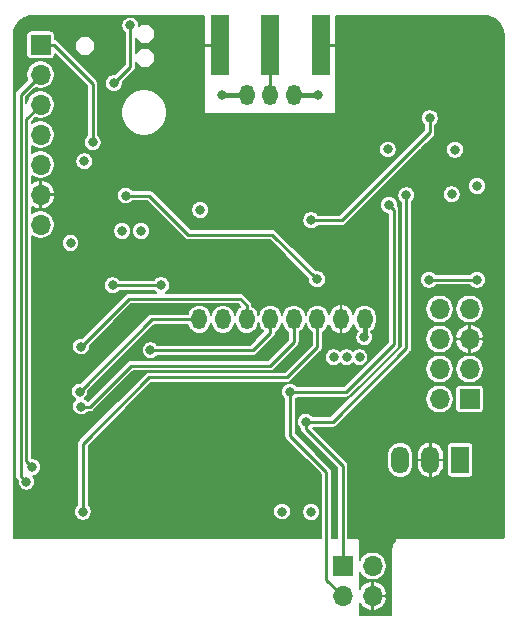
<source format=gbl>
G04 #@! TF.GenerationSoftware,KiCad,Pcbnew,(5.1.9-0-10_14)*
G04 #@! TF.CreationDate,2021-06-21T08:57:09+02:00*
G04 #@! TF.ProjectId,ithowifi_4l,6974686f-7769-4666-995f-346c2e6b6963,rev?*
G04 #@! TF.SameCoordinates,Original*
G04 #@! TF.FileFunction,Copper,L4,Bot*
G04 #@! TF.FilePolarity,Positive*
%FSLAX46Y46*%
G04 Gerber Fmt 4.6, Leading zero omitted, Abs format (unit mm)*
G04 Created by KiCad (PCBNEW (5.1.9-0-10_14)) date 2021-06-21 08:57:09*
%MOMM*%
%LPD*%
G01*
G04 APERTURE LIST*
G04 #@! TA.AperFunction,SMDPad,CuDef*
%ADD10O,1.300000X1.750000*%
G04 #@! TD*
G04 #@! TA.AperFunction,ComponentPad*
%ADD11O,1.700000X1.700000*%
G04 #@! TD*
G04 #@! TA.AperFunction,ComponentPad*
%ADD12R,1.700000X1.700000*%
G04 #@! TD*
G04 #@! TA.AperFunction,ComponentPad*
%ADD13C,1.500000*%
G04 #@! TD*
G04 #@! TA.AperFunction,SMDPad,CuDef*
%ADD14R,1.500000X5.080000*%
G04 #@! TD*
G04 #@! TA.AperFunction,ComponentPad*
%ADD15O,1.500000X2.300000*%
G04 #@! TD*
G04 #@! TA.AperFunction,ComponentPad*
%ADD16R,1.500000X2.300000*%
G04 #@! TD*
G04 #@! TA.AperFunction,ViaPad*
%ADD17C,0.800000*%
G04 #@! TD*
G04 #@! TA.AperFunction,Conductor*
%ADD18C,0.406400*%
G04 #@! TD*
G04 #@! TA.AperFunction,Conductor*
%ADD19C,0.250000*%
G04 #@! TD*
G04 #@! TA.AperFunction,Conductor*
%ADD20C,0.254000*%
G04 #@! TD*
G04 #@! TA.AperFunction,Conductor*
%ADD21C,0.293370*%
G04 #@! TD*
G04 #@! TA.AperFunction,Conductor*
%ADD22C,0.203200*%
G04 #@! TD*
G04 #@! TA.AperFunction,Conductor*
%ADD23C,0.100000*%
G04 #@! TD*
G04 APERTURE END LIST*
D10*
X107172000Y-112039000D03*
X105172000Y-112039000D03*
X103172000Y-112039000D03*
X99172000Y-131039000D03*
X101172000Y-131039000D03*
X103172000Y-131039000D03*
X105172000Y-131039000D03*
X107172000Y-131039000D03*
X109172000Y-131039000D03*
X111172000Y-131039000D03*
X113172000Y-131039000D03*
D11*
X113832000Y-154468000D03*
X111292000Y-154468000D03*
X113832000Y-151928000D03*
D12*
X111292000Y-151928000D03*
D13*
X105181400Y-109474000D03*
D11*
X85725000Y-123037600D03*
X85725000Y-120497600D03*
X85725000Y-117957600D03*
X85725000Y-115417600D03*
X85725000Y-112877600D03*
X85725000Y-110337600D03*
D12*
X85725000Y-107797600D03*
D14*
X100931400Y-107848400D03*
X109431400Y-107848400D03*
X105181400Y-107848400D03*
D15*
X116179600Y-142951200D03*
X118719600Y-142951200D03*
D16*
X121259600Y-142951200D03*
D12*
X122047000Y-137795000D03*
D11*
X119507000Y-137795000D03*
X122047000Y-135255000D03*
X119507000Y-135255000D03*
X122047000Y-132715000D03*
X119507000Y-132715000D03*
X122047000Y-130175000D03*
X119507000Y-130175000D03*
D17*
X95250000Y-139700000D03*
X98806000Y-139700000D03*
X97028000Y-139700000D03*
X98806000Y-142748000D03*
X97028000Y-142748000D03*
X95250000Y-142748000D03*
X95250000Y-141224000D03*
X98806000Y-141224000D03*
X97028000Y-141224000D03*
X99187000Y-105918000D03*
X99187000Y-107442000D03*
X99187000Y-109093000D03*
X101092000Y-112014000D03*
X109220000Y-112014000D03*
X99248000Y-120142000D03*
X101727000Y-132715000D03*
X89154000Y-148590000D03*
X106172000Y-148590000D03*
X99187000Y-110871000D03*
X99187000Y-112522000D03*
X99187000Y-114173000D03*
X111125000Y-105918000D03*
X111125000Y-107442000D03*
X111125000Y-109093000D03*
X111125000Y-110871000D03*
X111125000Y-114173000D03*
X111125000Y-112522000D03*
X105918000Y-114173000D03*
X109220000Y-114173000D03*
X102489000Y-114173000D03*
X104140000Y-114173000D03*
X100965000Y-114173000D03*
X107569000Y-114173000D03*
X102432000Y-138568000D03*
X112032000Y-139368000D03*
X111632000Y-124168000D03*
X112732000Y-124168000D03*
X110532000Y-124168000D03*
X122682000Y-127698500D03*
X118618000Y-127698500D03*
X106172000Y-147320000D03*
X122682000Y-119761000D03*
X94234000Y-123571000D03*
X99248000Y-121793000D03*
X88265000Y-124587000D03*
X108632000Y-147368000D03*
X120532000Y-120468000D03*
X120813090Y-116686900D03*
X115132000Y-116668000D03*
X89432000Y-117668000D03*
X92632000Y-123568000D03*
X111632000Y-134268000D03*
X112732000Y-134268000D03*
X110532000Y-134268000D03*
X113132002Y-132568000D03*
X91832000Y-128168000D03*
X95932004Y-128168000D03*
X93332000Y-106168000D03*
X91932000Y-111068000D03*
X85039200Y-143560804D03*
X84531209Y-144805391D03*
X89309400Y-147345400D03*
X95032000Y-133668000D03*
X89154000Y-138430000D03*
X89027000Y-137160002D03*
X89154000Y-133350000D03*
X92932000Y-120568000D03*
X109132000Y-127668006D03*
X90132000Y-116068000D03*
X106849400Y-137185400D03*
X115232000Y-121367999D03*
X116697000Y-120539000D03*
X108174600Y-139725400D03*
X118681998Y-114018000D03*
X108632000Y-122668000D03*
D18*
X110946800Y-131039000D02*
X110947200Y-131038600D01*
X101117000Y-112039000D02*
X101092000Y-112014000D01*
X102672000Y-112039000D02*
X101117000Y-112039000D01*
X109195000Y-112039000D02*
X109220000Y-112014000D01*
X107672000Y-112039000D02*
X109195000Y-112039000D01*
D19*
X99593400Y-107848400D02*
X99187000Y-107442000D01*
X100931400Y-107848400D02*
X99593400Y-107848400D01*
X109431400Y-107848400D02*
X109372400Y-107848400D01*
X110718600Y-107848400D02*
X111125000Y-107442000D01*
X109431400Y-107848400D02*
X110718600Y-107848400D01*
D20*
X122682000Y-127698500D02*
X118618000Y-127698500D01*
D18*
X113172000Y-131039000D02*
X113172000Y-132528002D01*
X113172000Y-132528002D02*
X113132002Y-132568000D01*
D20*
X91832000Y-128168000D02*
X95932004Y-128168000D01*
D21*
X105172000Y-107857800D02*
X105181400Y-107848400D01*
X105172000Y-112039000D02*
X105172000Y-107857800D01*
D20*
X93332000Y-109668000D02*
X91932000Y-111068000D01*
X93332000Y-106168000D02*
X93332000Y-109668000D01*
D19*
X85725000Y-112877600D02*
X84498611Y-114103989D01*
X84498611Y-114103989D02*
X84498611Y-143020215D01*
X84498611Y-143020215D02*
X85039200Y-143560804D01*
X84048600Y-144322782D02*
X84531209Y-144805391D01*
X85725000Y-110337600D02*
X84048600Y-112014000D01*
X84048600Y-112014000D02*
X84048600Y-144322782D01*
D20*
X89309400Y-141576600D02*
X89309400Y-147345400D01*
X94918000Y-135968000D02*
X89309400Y-141576600D01*
X106602000Y-135968000D02*
X94918000Y-135968000D01*
X109172000Y-133398000D02*
X106602000Y-135968000D01*
X109172000Y-131039000D02*
X109172000Y-133398000D01*
X105172000Y-132168000D02*
X103672000Y-133668000D01*
X105172000Y-131039000D02*
X105172000Y-132168000D01*
X103672000Y-133668000D02*
X95032000Y-133668000D01*
X107172000Y-131039000D02*
X107172000Y-132985000D01*
X107172000Y-132985000D02*
X105189000Y-134968000D01*
X105189000Y-134968000D02*
X93378000Y-134968000D01*
X93378000Y-134968000D02*
X89916000Y-138430000D01*
X89916000Y-138430000D02*
X89154000Y-138430000D01*
X99489000Y-131039000D02*
X99441000Y-131087000D01*
X99172000Y-131039000D02*
X95148002Y-131039000D01*
X95148002Y-131039000D02*
X89027000Y-137160002D01*
X93218000Y-129286000D02*
X89154000Y-133350000D01*
X102616000Y-129286000D02*
X93218000Y-129286000D01*
X103172000Y-129842000D02*
X102616000Y-129286000D01*
X103172000Y-131039000D02*
X103172000Y-129842000D01*
X105331994Y-123868000D02*
X109132000Y-127668006D01*
X98232000Y-123868000D02*
X105331994Y-123868000D01*
X94932000Y-120568000D02*
X98232000Y-123868000D01*
X92932000Y-120568000D02*
X94932000Y-120568000D01*
X86829000Y-107797600D02*
X90132000Y-111100600D01*
X85725000Y-107797600D02*
X86829000Y-107797600D01*
X90132000Y-111100600D02*
X90132000Y-116068000D01*
X106849400Y-140885400D02*
X106849400Y-137185400D01*
X109932000Y-153108000D02*
X109932000Y-143968000D01*
X109932000Y-143968000D02*
X106849400Y-140885400D01*
X111292000Y-154468000D02*
X109932000Y-153108000D01*
X106849400Y-137185400D02*
X111614600Y-137185400D01*
X111614600Y-137185400D02*
X115631999Y-133168001D01*
X115631999Y-121767998D02*
X115232000Y-121367999D01*
X115631999Y-133168001D02*
X115631999Y-121767998D01*
X111292000Y-151928000D02*
X111292000Y-143428000D01*
X108174600Y-140310600D02*
X108174600Y-139725400D01*
X111292000Y-143428000D02*
X108174600Y-140310600D01*
X110474600Y-139725400D02*
X108174600Y-139725400D01*
X116697000Y-133503000D02*
X110474600Y-139725400D01*
X116697000Y-120539000D02*
X116697000Y-133503000D01*
X111232000Y-122668000D02*
X108632000Y-122668000D01*
X118681998Y-115218002D02*
X111232000Y-122668000D01*
X118681998Y-114018000D02*
X118681998Y-115218002D01*
D22*
X99593400Y-113538000D02*
X99595352Y-113557821D01*
X99601134Y-113576881D01*
X99610523Y-113594446D01*
X99623158Y-113609842D01*
X99638554Y-113622477D01*
X99656119Y-113631866D01*
X99675179Y-113637648D01*
X99695000Y-113639600D01*
X110617000Y-113639600D01*
X110636821Y-113637648D01*
X110655881Y-113631866D01*
X110673446Y-113622477D01*
X110688842Y-113609842D01*
X110701477Y-113594446D01*
X110710866Y-113576881D01*
X110716648Y-113557821D01*
X110718600Y-113538000D01*
X110718600Y-105373600D01*
X123312165Y-105373600D01*
X123641308Y-105405873D01*
X123938841Y-105495703D01*
X124213253Y-105641612D01*
X124454097Y-105838041D01*
X124652203Y-106077508D01*
X124800026Y-106350901D01*
X124891929Y-106647793D01*
X124926400Y-106975759D01*
X124926401Y-149448158D01*
X124922695Y-149485957D01*
X124917480Y-149503228D01*
X124909006Y-149519166D01*
X124897606Y-149533144D01*
X124883695Y-149544652D01*
X124867829Y-149553231D01*
X124850590Y-149558567D01*
X124814122Y-149562400D01*
X116312079Y-149562400D01*
X116294786Y-149564103D01*
X116291750Y-149564082D01*
X116286113Y-149564634D01*
X116269310Y-149566400D01*
X115832000Y-149566400D01*
X115812179Y-149568352D01*
X115793119Y-149574134D01*
X115775554Y-149583523D01*
X115760158Y-149596158D01*
X115747523Y-149611554D01*
X115738134Y-149629119D01*
X115732352Y-149648179D01*
X115730400Y-149668000D01*
X115730400Y-149793463D01*
X115718675Y-149803163D01*
X115692783Y-149829238D01*
X115666510Y-149854966D01*
X115662900Y-149859329D01*
X115601224Y-149934950D01*
X115580887Y-149965560D01*
X115560108Y-149995907D01*
X115557414Y-150000888D01*
X115511602Y-150087049D01*
X115497585Y-150121059D01*
X115483114Y-150154822D01*
X115481439Y-150160232D01*
X115453234Y-150253650D01*
X115446094Y-150289709D01*
X115438450Y-150325673D01*
X115437858Y-150331305D01*
X115428336Y-150428422D01*
X115428336Y-150428432D01*
X115426401Y-150448079D01*
X115426400Y-155948168D01*
X115422695Y-155985957D01*
X115417480Y-156003228D01*
X115409006Y-156019166D01*
X115397606Y-156033144D01*
X115383695Y-156044652D01*
X115367829Y-156053231D01*
X115350590Y-156058567D01*
X115314122Y-156062400D01*
X112733600Y-156062400D01*
X112733600Y-155065585D01*
X112800829Y-155185795D01*
X112960677Y-155373174D01*
X113154010Y-155525768D01*
X113373398Y-155637712D01*
X113610409Y-155704705D01*
X113806600Y-155622544D01*
X113806600Y-154493400D01*
X113857400Y-154493400D01*
X113857400Y-155622544D01*
X114053591Y-155704705D01*
X114290602Y-155637712D01*
X114509990Y-155525768D01*
X114703323Y-155373174D01*
X114863171Y-155185795D01*
X114983392Y-154970831D01*
X115059366Y-154736544D01*
X115068704Y-154689591D01*
X114986521Y-154493400D01*
X113857400Y-154493400D01*
X113806600Y-154493400D01*
X113786600Y-154493400D01*
X113786600Y-154442600D01*
X113806600Y-154442600D01*
X113806600Y-153313456D01*
X113857400Y-153313456D01*
X113857400Y-154442600D01*
X114986521Y-154442600D01*
X115068704Y-154246409D01*
X115059366Y-154199456D01*
X114983392Y-153965169D01*
X114863171Y-153750205D01*
X114703323Y-153562826D01*
X114509990Y-153410232D01*
X114290602Y-153298288D01*
X114053591Y-153231295D01*
X113857400Y-153313456D01*
X113806600Y-153313456D01*
X113610409Y-153231295D01*
X113373398Y-153298288D01*
X113154010Y-153410232D01*
X112960677Y-153562826D01*
X112800829Y-153750205D01*
X112733600Y-153870415D01*
X112733600Y-152426612D01*
X112763611Y-152499066D01*
X112895550Y-152696525D01*
X113063475Y-152864450D01*
X113260934Y-152996389D01*
X113480340Y-153087269D01*
X113713259Y-153133600D01*
X113950741Y-153133600D01*
X114183660Y-153087269D01*
X114403066Y-152996389D01*
X114600525Y-152864450D01*
X114768450Y-152696525D01*
X114900389Y-152499066D01*
X114991269Y-152279660D01*
X115037600Y-152046741D01*
X115037600Y-151809259D01*
X114991269Y-151576340D01*
X114900389Y-151356934D01*
X114768450Y-151159475D01*
X114600525Y-150991550D01*
X114403066Y-150859611D01*
X114183660Y-150768731D01*
X113950741Y-150722400D01*
X113713259Y-150722400D01*
X113480340Y-150768731D01*
X113260934Y-150859611D01*
X113063475Y-150991550D01*
X112895550Y-151159475D01*
X112763611Y-151356934D01*
X112733600Y-151429388D01*
X112733600Y-149668000D01*
X112731648Y-149648179D01*
X112725866Y-149629119D01*
X112716477Y-149611554D01*
X112703842Y-149596158D01*
X112688446Y-149583523D01*
X112670881Y-149574134D01*
X112651821Y-149568352D01*
X112632000Y-149566400D01*
X111774600Y-149566400D01*
X111774600Y-143451696D01*
X111776934Y-143427999D01*
X111774600Y-143404302D01*
X111774600Y-143404293D01*
X111767617Y-143333394D01*
X111740022Y-143242423D01*
X111695209Y-143158585D01*
X111634901Y-143085099D01*
X111616482Y-143069983D01*
X111043391Y-142496892D01*
X115074000Y-142496892D01*
X115074000Y-143405507D01*
X115089998Y-143567934D01*
X115153217Y-143776341D01*
X115255880Y-143968410D01*
X115394040Y-144136760D01*
X115562390Y-144274920D01*
X115754458Y-144377583D01*
X115962865Y-144440802D01*
X116179600Y-144462149D01*
X116396334Y-144440802D01*
X116604741Y-144377583D01*
X116796810Y-144274920D01*
X116965160Y-144136760D01*
X117103320Y-143968410D01*
X117205983Y-143776342D01*
X117269202Y-143567935D01*
X117285200Y-143405508D01*
X117285200Y-142976600D01*
X117563200Y-142976600D01*
X117563200Y-143376600D01*
X117590375Y-143601714D01*
X117660946Y-143817201D01*
X117772200Y-144014780D01*
X117919862Y-144186858D01*
X118098258Y-144326822D01*
X118300531Y-144429294D01*
X118513656Y-144489114D01*
X118694200Y-144405694D01*
X118694200Y-142976600D01*
X118745000Y-142976600D01*
X118745000Y-144405694D01*
X118925544Y-144489114D01*
X119138669Y-144429294D01*
X119340942Y-144326822D01*
X119519338Y-144186858D01*
X119667000Y-144014780D01*
X119778254Y-143817201D01*
X119848825Y-143601714D01*
X119876000Y-143376600D01*
X119876000Y-142976600D01*
X118745000Y-142976600D01*
X118694200Y-142976600D01*
X117563200Y-142976600D01*
X117285200Y-142976600D01*
X117285200Y-142525800D01*
X117563200Y-142525800D01*
X117563200Y-142925800D01*
X118694200Y-142925800D01*
X118694200Y-141496706D01*
X118745000Y-141496706D01*
X118745000Y-142925800D01*
X119876000Y-142925800D01*
X119876000Y-142525800D01*
X119848825Y-142300686D01*
X119778254Y-142085199D01*
X119667000Y-141887620D01*
X119592843Y-141801200D01*
X120152280Y-141801200D01*
X120152280Y-144101200D01*
X120159146Y-144170910D01*
X120179479Y-144237940D01*
X120212499Y-144299716D01*
X120256937Y-144353863D01*
X120311084Y-144398301D01*
X120372860Y-144431321D01*
X120439890Y-144451654D01*
X120509600Y-144458520D01*
X122009600Y-144458520D01*
X122079310Y-144451654D01*
X122146340Y-144431321D01*
X122208116Y-144398301D01*
X122262263Y-144353863D01*
X122306701Y-144299716D01*
X122339721Y-144237940D01*
X122360054Y-144170910D01*
X122366920Y-144101200D01*
X122366920Y-141801200D01*
X122360054Y-141731490D01*
X122339721Y-141664460D01*
X122306701Y-141602684D01*
X122262263Y-141548537D01*
X122208116Y-141504099D01*
X122146340Y-141471079D01*
X122079310Y-141450746D01*
X122009600Y-141443880D01*
X120509600Y-141443880D01*
X120439890Y-141450746D01*
X120372860Y-141471079D01*
X120311084Y-141504099D01*
X120256937Y-141548537D01*
X120212499Y-141602684D01*
X120179479Y-141664460D01*
X120159146Y-141731490D01*
X120152280Y-141801200D01*
X119592843Y-141801200D01*
X119519338Y-141715542D01*
X119340942Y-141575578D01*
X119138669Y-141473106D01*
X118925544Y-141413286D01*
X118745000Y-141496706D01*
X118694200Y-141496706D01*
X118513656Y-141413286D01*
X118300531Y-141473106D01*
X118098258Y-141575578D01*
X117919862Y-141715542D01*
X117772200Y-141887620D01*
X117660946Y-142085199D01*
X117590375Y-142300686D01*
X117563200Y-142525800D01*
X117285200Y-142525800D01*
X117285200Y-142496893D01*
X117269202Y-142334466D01*
X117205983Y-142126058D01*
X117103320Y-141933990D01*
X116965160Y-141765640D01*
X116796810Y-141627480D01*
X116604742Y-141524817D01*
X116396335Y-141461598D01*
X116179600Y-141440251D01*
X115962866Y-141461598D01*
X115754459Y-141524817D01*
X115562391Y-141627480D01*
X115394041Y-141765640D01*
X115255881Y-141933990D01*
X115153218Y-142126058D01*
X115089998Y-142334465D01*
X115074000Y-142496892D01*
X111043391Y-142496892D01*
X108757540Y-140211041D01*
X108760580Y-140208000D01*
X110450895Y-140208000D01*
X110474600Y-140210335D01*
X110498305Y-140208000D01*
X110498307Y-140208000D01*
X110569206Y-140201017D01*
X110660177Y-140173422D01*
X110744015Y-140128609D01*
X110817501Y-140068301D01*
X110832617Y-140049882D01*
X113206240Y-137676259D01*
X118301400Y-137676259D01*
X118301400Y-137913741D01*
X118347731Y-138146660D01*
X118438611Y-138366066D01*
X118570550Y-138563525D01*
X118738475Y-138731450D01*
X118935934Y-138863389D01*
X119155340Y-138954269D01*
X119388259Y-139000600D01*
X119625741Y-139000600D01*
X119858660Y-138954269D01*
X120078066Y-138863389D01*
X120275525Y-138731450D01*
X120443450Y-138563525D01*
X120575389Y-138366066D01*
X120666269Y-138146660D01*
X120712600Y-137913741D01*
X120712600Y-137676259D01*
X120666269Y-137443340D01*
X120575389Y-137223934D01*
X120443450Y-137026475D01*
X120361975Y-136945000D01*
X120839680Y-136945000D01*
X120839680Y-138645000D01*
X120846546Y-138714710D01*
X120866879Y-138781740D01*
X120899899Y-138843516D01*
X120944337Y-138897663D01*
X120998484Y-138942101D01*
X121060260Y-138975121D01*
X121127290Y-138995454D01*
X121197000Y-139002320D01*
X122897000Y-139002320D01*
X122966710Y-138995454D01*
X123033740Y-138975121D01*
X123095516Y-138942101D01*
X123149663Y-138897663D01*
X123194101Y-138843516D01*
X123227121Y-138781740D01*
X123247454Y-138714710D01*
X123254320Y-138645000D01*
X123254320Y-136945000D01*
X123247454Y-136875290D01*
X123227121Y-136808260D01*
X123194101Y-136746484D01*
X123149663Y-136692337D01*
X123095516Y-136647899D01*
X123033740Y-136614879D01*
X122966710Y-136594546D01*
X122897000Y-136587680D01*
X121197000Y-136587680D01*
X121127290Y-136594546D01*
X121060260Y-136614879D01*
X120998484Y-136647899D01*
X120944337Y-136692337D01*
X120899899Y-136746484D01*
X120866879Y-136808260D01*
X120846546Y-136875290D01*
X120839680Y-136945000D01*
X120361975Y-136945000D01*
X120275525Y-136858550D01*
X120078066Y-136726611D01*
X119858660Y-136635731D01*
X119625741Y-136589400D01*
X119388259Y-136589400D01*
X119155340Y-136635731D01*
X118935934Y-136726611D01*
X118738475Y-136858550D01*
X118570550Y-137026475D01*
X118438611Y-137223934D01*
X118347731Y-137443340D01*
X118301400Y-137676259D01*
X113206240Y-137676259D01*
X115746240Y-135136259D01*
X118301400Y-135136259D01*
X118301400Y-135373741D01*
X118347731Y-135606660D01*
X118438611Y-135826066D01*
X118570550Y-136023525D01*
X118738475Y-136191450D01*
X118935934Y-136323389D01*
X119155340Y-136414269D01*
X119388259Y-136460600D01*
X119625741Y-136460600D01*
X119858660Y-136414269D01*
X120078066Y-136323389D01*
X120275525Y-136191450D01*
X120443450Y-136023525D01*
X120575389Y-135826066D01*
X120666269Y-135606660D01*
X120712600Y-135373741D01*
X120712600Y-135136259D01*
X120841400Y-135136259D01*
X120841400Y-135373741D01*
X120887731Y-135606660D01*
X120978611Y-135826066D01*
X121110550Y-136023525D01*
X121278475Y-136191450D01*
X121475934Y-136323389D01*
X121695340Y-136414269D01*
X121928259Y-136460600D01*
X122165741Y-136460600D01*
X122398660Y-136414269D01*
X122618066Y-136323389D01*
X122815525Y-136191450D01*
X122983450Y-136023525D01*
X123115389Y-135826066D01*
X123206269Y-135606660D01*
X123252600Y-135373741D01*
X123252600Y-135136259D01*
X123206269Y-134903340D01*
X123115389Y-134683934D01*
X122983450Y-134486475D01*
X122815525Y-134318550D01*
X122618066Y-134186611D01*
X122398660Y-134095731D01*
X122165741Y-134049400D01*
X121928259Y-134049400D01*
X121695340Y-134095731D01*
X121475934Y-134186611D01*
X121278475Y-134318550D01*
X121110550Y-134486475D01*
X120978611Y-134683934D01*
X120887731Y-134903340D01*
X120841400Y-135136259D01*
X120712600Y-135136259D01*
X120666269Y-134903340D01*
X120575389Y-134683934D01*
X120443450Y-134486475D01*
X120275525Y-134318550D01*
X120078066Y-134186611D01*
X119858660Y-134095731D01*
X119625741Y-134049400D01*
X119388259Y-134049400D01*
X119155340Y-134095731D01*
X118935934Y-134186611D01*
X118738475Y-134318550D01*
X118570550Y-134486475D01*
X118438611Y-134683934D01*
X118347731Y-134903340D01*
X118301400Y-135136259D01*
X115746240Y-135136259D01*
X117021482Y-133861017D01*
X117039901Y-133845901D01*
X117100209Y-133772415D01*
X117145022Y-133688577D01*
X117172617Y-133597606D01*
X117179600Y-133526707D01*
X117179600Y-133526698D01*
X117181934Y-133503001D01*
X117179600Y-133479304D01*
X117179600Y-132596259D01*
X118301400Y-132596259D01*
X118301400Y-132833741D01*
X118347731Y-133066660D01*
X118438611Y-133286066D01*
X118570550Y-133483525D01*
X118738475Y-133651450D01*
X118935934Y-133783389D01*
X119155340Y-133874269D01*
X119388259Y-133920600D01*
X119625741Y-133920600D01*
X119858660Y-133874269D01*
X120078066Y-133783389D01*
X120275525Y-133651450D01*
X120443450Y-133483525D01*
X120575389Y-133286066D01*
X120666269Y-133066660D01*
X120692141Y-132936591D01*
X120810296Y-132936591D01*
X120819634Y-132983544D01*
X120895608Y-133217831D01*
X121015829Y-133432795D01*
X121175677Y-133620174D01*
X121369010Y-133772768D01*
X121588398Y-133884712D01*
X121825409Y-133951705D01*
X122021600Y-133869544D01*
X122021600Y-132740400D01*
X122072400Y-132740400D01*
X122072400Y-133869544D01*
X122268591Y-133951705D01*
X122505602Y-133884712D01*
X122724990Y-133772768D01*
X122918323Y-133620174D01*
X123078171Y-133432795D01*
X123198392Y-133217831D01*
X123274366Y-132983544D01*
X123283704Y-132936591D01*
X123201521Y-132740400D01*
X122072400Y-132740400D01*
X122021600Y-132740400D01*
X120892479Y-132740400D01*
X120810296Y-132936591D01*
X120692141Y-132936591D01*
X120712600Y-132833741D01*
X120712600Y-132596259D01*
X120692142Y-132493409D01*
X120810296Y-132493409D01*
X120892479Y-132689600D01*
X122021600Y-132689600D01*
X122021600Y-131560456D01*
X122072400Y-131560456D01*
X122072400Y-132689600D01*
X123201521Y-132689600D01*
X123283704Y-132493409D01*
X123274366Y-132446456D01*
X123198392Y-132212169D01*
X123078171Y-131997205D01*
X122918323Y-131809826D01*
X122724990Y-131657232D01*
X122505602Y-131545288D01*
X122268591Y-131478295D01*
X122072400Y-131560456D01*
X122021600Y-131560456D01*
X121825409Y-131478295D01*
X121588398Y-131545288D01*
X121369010Y-131657232D01*
X121175677Y-131809826D01*
X121015829Y-131997205D01*
X120895608Y-132212169D01*
X120819634Y-132446456D01*
X120810296Y-132493409D01*
X120692142Y-132493409D01*
X120666269Y-132363340D01*
X120575389Y-132143934D01*
X120443450Y-131946475D01*
X120275525Y-131778550D01*
X120078066Y-131646611D01*
X119858660Y-131555731D01*
X119625741Y-131509400D01*
X119388259Y-131509400D01*
X119155340Y-131555731D01*
X118935934Y-131646611D01*
X118738475Y-131778550D01*
X118570550Y-131946475D01*
X118438611Y-132143934D01*
X118347731Y-132363340D01*
X118301400Y-132596259D01*
X117179600Y-132596259D01*
X117179600Y-130056259D01*
X118301400Y-130056259D01*
X118301400Y-130293741D01*
X118347731Y-130526660D01*
X118438611Y-130746066D01*
X118570550Y-130943525D01*
X118738475Y-131111450D01*
X118935934Y-131243389D01*
X119155340Y-131334269D01*
X119388259Y-131380600D01*
X119625741Y-131380600D01*
X119858660Y-131334269D01*
X120078066Y-131243389D01*
X120275525Y-131111450D01*
X120443450Y-130943525D01*
X120575389Y-130746066D01*
X120666269Y-130526660D01*
X120712600Y-130293741D01*
X120712600Y-130056259D01*
X120841400Y-130056259D01*
X120841400Y-130293741D01*
X120887731Y-130526660D01*
X120978611Y-130746066D01*
X121110550Y-130943525D01*
X121278475Y-131111450D01*
X121475934Y-131243389D01*
X121695340Y-131334269D01*
X121928259Y-131380600D01*
X122165741Y-131380600D01*
X122398660Y-131334269D01*
X122618066Y-131243389D01*
X122815525Y-131111450D01*
X122983450Y-130943525D01*
X123115389Y-130746066D01*
X123206269Y-130526660D01*
X123252600Y-130293741D01*
X123252600Y-130056259D01*
X123206269Y-129823340D01*
X123115389Y-129603934D01*
X122983450Y-129406475D01*
X122815525Y-129238550D01*
X122618066Y-129106611D01*
X122398660Y-129015731D01*
X122165741Y-128969400D01*
X121928259Y-128969400D01*
X121695340Y-129015731D01*
X121475934Y-129106611D01*
X121278475Y-129238550D01*
X121110550Y-129406475D01*
X120978611Y-129603934D01*
X120887731Y-129823340D01*
X120841400Y-130056259D01*
X120712600Y-130056259D01*
X120666269Y-129823340D01*
X120575389Y-129603934D01*
X120443450Y-129406475D01*
X120275525Y-129238550D01*
X120078066Y-129106611D01*
X119858660Y-129015731D01*
X119625741Y-128969400D01*
X119388259Y-128969400D01*
X119155340Y-129015731D01*
X118935934Y-129106611D01*
X118738475Y-129238550D01*
X118570550Y-129406475D01*
X118438611Y-129603934D01*
X118347731Y-129823340D01*
X118301400Y-130056259D01*
X117179600Y-130056259D01*
X117179600Y-127624080D01*
X117862400Y-127624080D01*
X117862400Y-127772920D01*
X117891437Y-127918900D01*
X117948396Y-128056411D01*
X118031087Y-128180167D01*
X118136333Y-128285413D01*
X118260089Y-128368104D01*
X118397600Y-128425063D01*
X118543580Y-128454100D01*
X118692420Y-128454100D01*
X118838400Y-128425063D01*
X118975911Y-128368104D01*
X119099667Y-128285413D01*
X119203980Y-128181100D01*
X122096020Y-128181100D01*
X122200333Y-128285413D01*
X122324089Y-128368104D01*
X122461600Y-128425063D01*
X122607580Y-128454100D01*
X122756420Y-128454100D01*
X122902400Y-128425063D01*
X123039911Y-128368104D01*
X123163667Y-128285413D01*
X123268913Y-128180167D01*
X123351604Y-128056411D01*
X123408563Y-127918900D01*
X123437600Y-127772920D01*
X123437600Y-127624080D01*
X123408563Y-127478100D01*
X123351604Y-127340589D01*
X123268913Y-127216833D01*
X123163667Y-127111587D01*
X123039911Y-127028896D01*
X122902400Y-126971937D01*
X122756420Y-126942900D01*
X122607580Y-126942900D01*
X122461600Y-126971937D01*
X122324089Y-127028896D01*
X122200333Y-127111587D01*
X122096020Y-127215900D01*
X119203980Y-127215900D01*
X119099667Y-127111587D01*
X118975911Y-127028896D01*
X118838400Y-126971937D01*
X118692420Y-126942900D01*
X118543580Y-126942900D01*
X118397600Y-126971937D01*
X118260089Y-127028896D01*
X118136333Y-127111587D01*
X118031087Y-127216833D01*
X117948396Y-127340589D01*
X117891437Y-127478100D01*
X117862400Y-127624080D01*
X117179600Y-127624080D01*
X117179600Y-121124980D01*
X117283913Y-121020667D01*
X117366604Y-120896911D01*
X117423563Y-120759400D01*
X117452600Y-120613420D01*
X117452600Y-120464580D01*
X117438478Y-120393580D01*
X119776400Y-120393580D01*
X119776400Y-120542420D01*
X119805437Y-120688400D01*
X119862396Y-120825911D01*
X119945087Y-120949667D01*
X120050333Y-121054913D01*
X120174089Y-121137604D01*
X120311600Y-121194563D01*
X120457580Y-121223600D01*
X120606420Y-121223600D01*
X120752400Y-121194563D01*
X120889911Y-121137604D01*
X121013667Y-121054913D01*
X121118913Y-120949667D01*
X121201604Y-120825911D01*
X121258563Y-120688400D01*
X121287600Y-120542420D01*
X121287600Y-120393580D01*
X121258563Y-120247600D01*
X121201604Y-120110089D01*
X121118913Y-119986333D01*
X121013667Y-119881087D01*
X120889911Y-119798396D01*
X120752400Y-119741437D01*
X120606420Y-119712400D01*
X120457580Y-119712400D01*
X120311600Y-119741437D01*
X120174089Y-119798396D01*
X120050333Y-119881087D01*
X119945087Y-119986333D01*
X119862396Y-120110089D01*
X119805437Y-120247600D01*
X119776400Y-120393580D01*
X117438478Y-120393580D01*
X117423563Y-120318600D01*
X117366604Y-120181089D01*
X117283913Y-120057333D01*
X117178667Y-119952087D01*
X117054911Y-119869396D01*
X116917400Y-119812437D01*
X116771420Y-119783400D01*
X116622580Y-119783400D01*
X116476600Y-119812437D01*
X116339089Y-119869396D01*
X116215333Y-119952087D01*
X116110087Y-120057333D01*
X116027396Y-120181089D01*
X115970437Y-120318600D01*
X115941400Y-120464580D01*
X115941400Y-120613420D01*
X115970437Y-120759400D01*
X116027396Y-120896911D01*
X116110087Y-121020667D01*
X116214400Y-121124980D01*
X116214401Y-133303100D01*
X110274701Y-139242800D01*
X108760580Y-139242800D01*
X108656267Y-139138487D01*
X108532511Y-139055796D01*
X108395000Y-138998837D01*
X108249020Y-138969800D01*
X108100180Y-138969800D01*
X107954200Y-138998837D01*
X107816689Y-139055796D01*
X107692933Y-139138487D01*
X107587687Y-139243733D01*
X107504996Y-139367489D01*
X107448037Y-139505000D01*
X107419000Y-139650980D01*
X107419000Y-139799820D01*
X107448037Y-139945800D01*
X107504996Y-140083311D01*
X107587687Y-140207067D01*
X107689804Y-140309184D01*
X107689665Y-140310600D01*
X107692000Y-140334305D01*
X107692000Y-140334306D01*
X107698983Y-140405205D01*
X107726578Y-140496176D01*
X107771391Y-140580015D01*
X107831699Y-140653501D01*
X107850118Y-140668617D01*
X110809401Y-143627900D01*
X110809400Y-149566400D01*
X110414600Y-149566400D01*
X110414600Y-143991707D01*
X110416935Y-143968000D01*
X110407617Y-143873393D01*
X110380022Y-143782423D01*
X110335208Y-143698584D01*
X110290013Y-143643513D01*
X110290012Y-143643512D01*
X110274901Y-143625099D01*
X110256488Y-143609988D01*
X107332000Y-140685501D01*
X107332000Y-137771380D01*
X107435380Y-137668000D01*
X111590895Y-137668000D01*
X111614600Y-137670335D01*
X111638305Y-137668000D01*
X111638307Y-137668000D01*
X111709206Y-137661017D01*
X111800177Y-137633422D01*
X111884015Y-137588609D01*
X111957501Y-137528301D01*
X111972617Y-137509882D01*
X115956487Y-133526013D01*
X115974900Y-133510902D01*
X116035208Y-133437416D01*
X116080021Y-133353578D01*
X116107616Y-133262607D01*
X116114599Y-133191708D01*
X116114599Y-133191707D01*
X116116934Y-133168002D01*
X116114599Y-133144297D01*
X116114599Y-121791702D01*
X116116934Y-121767997D01*
X116113615Y-121734305D01*
X116107616Y-121673392D01*
X116080021Y-121582421D01*
X116035208Y-121498583D01*
X115987600Y-121440572D01*
X115987600Y-121293579D01*
X115958563Y-121147599D01*
X115901604Y-121010088D01*
X115818913Y-120886332D01*
X115713667Y-120781086D01*
X115589911Y-120698395D01*
X115452400Y-120641436D01*
X115306420Y-120612399D01*
X115157580Y-120612399D01*
X115011600Y-120641436D01*
X114874089Y-120698395D01*
X114750333Y-120781086D01*
X114645087Y-120886332D01*
X114562396Y-121010088D01*
X114505437Y-121147599D01*
X114476400Y-121293579D01*
X114476400Y-121442419D01*
X114505437Y-121588399D01*
X114562396Y-121725910D01*
X114645087Y-121849666D01*
X114750333Y-121954912D01*
X114874089Y-122037603D01*
X115011600Y-122094562D01*
X115149400Y-122121972D01*
X115149399Y-132968101D01*
X111414701Y-136702800D01*
X107435380Y-136702800D01*
X107331067Y-136598487D01*
X107207311Y-136515796D01*
X107069800Y-136458837D01*
X106923820Y-136429800D01*
X106774980Y-136429800D01*
X106629000Y-136458837D01*
X106491489Y-136515796D01*
X106367733Y-136598487D01*
X106262487Y-136703733D01*
X106179796Y-136827489D01*
X106122837Y-136965000D01*
X106093800Y-137110980D01*
X106093800Y-137259820D01*
X106122837Y-137405800D01*
X106179796Y-137543311D01*
X106262487Y-137667067D01*
X106366801Y-137771381D01*
X106366800Y-140861695D01*
X106364465Y-140885400D01*
X106366800Y-140909105D01*
X106366800Y-140909106D01*
X106373783Y-140980005D01*
X106401378Y-141070976D01*
X106446191Y-141154815D01*
X106506499Y-141228301D01*
X106524918Y-141243417D01*
X109449401Y-144167901D01*
X109449400Y-149566400D01*
X104692534Y-149566400D01*
X104651921Y-149562400D01*
X104632000Y-149560438D01*
X104612079Y-149562400D01*
X87351921Y-149562400D01*
X87332000Y-149560438D01*
X87312079Y-149562400D01*
X87271466Y-149566400D01*
X83437600Y-149566400D01*
X83437600Y-112014000D01*
X83565675Y-112014000D01*
X83568000Y-112037604D01*
X83568001Y-144299168D01*
X83565675Y-144322782D01*
X83570445Y-144371208D01*
X83574955Y-144416996D01*
X83583030Y-144443617D01*
X83602436Y-144507590D01*
X83647063Y-144591080D01*
X83647064Y-144591081D01*
X83707121Y-144664262D01*
X83725460Y-144679313D01*
X83775859Y-144729712D01*
X83775609Y-144730971D01*
X83775609Y-144879811D01*
X83804646Y-145025791D01*
X83861605Y-145163302D01*
X83944296Y-145287058D01*
X84049542Y-145392304D01*
X84173298Y-145474995D01*
X84310809Y-145531954D01*
X84456789Y-145560991D01*
X84605629Y-145560991D01*
X84751609Y-145531954D01*
X84889120Y-145474995D01*
X85012876Y-145392304D01*
X85118122Y-145287058D01*
X85200813Y-145163302D01*
X85257772Y-145025791D01*
X85286809Y-144879811D01*
X85286809Y-144730971D01*
X85257772Y-144584991D01*
X85200813Y-144447480D01*
X85118122Y-144323724D01*
X85110802Y-144316404D01*
X85113620Y-144316404D01*
X85259600Y-144287367D01*
X85397111Y-144230408D01*
X85520867Y-144147717D01*
X85626113Y-144042471D01*
X85708804Y-143918715D01*
X85765763Y-143781204D01*
X85794800Y-143635224D01*
X85794800Y-143486384D01*
X85765763Y-143340404D01*
X85708804Y-143202893D01*
X85626113Y-143079137D01*
X85520867Y-142973891D01*
X85397111Y-142891200D01*
X85259600Y-142834241D01*
X85113620Y-142805204D01*
X84979211Y-142805204D01*
X84979211Y-137085582D01*
X88271400Y-137085582D01*
X88271400Y-137234422D01*
X88300437Y-137380402D01*
X88357396Y-137517913D01*
X88440087Y-137641669D01*
X88545333Y-137746915D01*
X88669089Y-137829606D01*
X88683546Y-137835594D01*
X88672333Y-137843087D01*
X88567087Y-137948333D01*
X88484396Y-138072089D01*
X88427437Y-138209600D01*
X88398400Y-138355580D01*
X88398400Y-138504420D01*
X88427437Y-138650400D01*
X88484396Y-138787911D01*
X88567087Y-138911667D01*
X88672333Y-139016913D01*
X88796089Y-139099604D01*
X88933600Y-139156563D01*
X89079580Y-139185600D01*
X89228420Y-139185600D01*
X89374400Y-139156563D01*
X89511911Y-139099604D01*
X89635667Y-139016913D01*
X89739980Y-138912600D01*
X89892295Y-138912600D01*
X89916000Y-138914935D01*
X89939705Y-138912600D01*
X89939707Y-138912600D01*
X90010606Y-138905617D01*
X90101577Y-138878022D01*
X90185415Y-138833209D01*
X90258901Y-138772901D01*
X90274017Y-138754482D01*
X93577899Y-135450600D01*
X105165295Y-135450600D01*
X105189000Y-135452935D01*
X105212705Y-135450600D01*
X105212707Y-135450600D01*
X105283606Y-135443617D01*
X105374577Y-135416022D01*
X105458415Y-135371209D01*
X105531901Y-135310901D01*
X105547017Y-135292482D01*
X107496482Y-133343017D01*
X107514901Y-133327901D01*
X107575209Y-133254415D01*
X107620022Y-133170577D01*
X107647617Y-133079606D01*
X107654600Y-133008707D01*
X107654600Y-133008698D01*
X107656934Y-132985001D01*
X107654600Y-132961304D01*
X107654600Y-132146282D01*
X107733384Y-132104171D01*
X107886507Y-131978507D01*
X108012171Y-131825384D01*
X108105548Y-131650688D01*
X108163049Y-131461131D01*
X108172000Y-131370252D01*
X108180951Y-131461132D01*
X108238452Y-131650688D01*
X108331830Y-131825384D01*
X108457494Y-131978507D01*
X108610617Y-132104171D01*
X108689400Y-132146282D01*
X108689401Y-133198099D01*
X106402101Y-135485400D01*
X94941704Y-135485400D01*
X94917999Y-135483065D01*
X94894294Y-135485400D01*
X94894293Y-135485400D01*
X94823394Y-135492383D01*
X94732423Y-135519978D01*
X94648585Y-135564791D01*
X94575099Y-135625099D01*
X94559983Y-135643518D01*
X88984918Y-141218583D01*
X88966499Y-141233699D01*
X88906191Y-141307185D01*
X88861378Y-141391024D01*
X88833783Y-141481995D01*
X88827229Y-141548537D01*
X88824465Y-141576600D01*
X88826800Y-141600305D01*
X88826801Y-146759419D01*
X88722487Y-146863733D01*
X88639796Y-146987489D01*
X88582837Y-147125000D01*
X88553800Y-147270980D01*
X88553800Y-147419820D01*
X88582837Y-147565800D01*
X88639796Y-147703311D01*
X88722487Y-147827067D01*
X88827733Y-147932313D01*
X88951489Y-148015004D01*
X89089000Y-148071963D01*
X89234980Y-148101000D01*
X89383820Y-148101000D01*
X89529800Y-148071963D01*
X89667311Y-148015004D01*
X89791067Y-147932313D01*
X89896313Y-147827067D01*
X89979004Y-147703311D01*
X90035963Y-147565800D01*
X90065000Y-147419820D01*
X90065000Y-147270980D01*
X90059948Y-147245580D01*
X105416400Y-147245580D01*
X105416400Y-147394420D01*
X105445437Y-147540400D01*
X105502396Y-147677911D01*
X105585087Y-147801667D01*
X105690333Y-147906913D01*
X105814089Y-147989604D01*
X105951600Y-148046563D01*
X106097580Y-148075600D01*
X106246420Y-148075600D01*
X106392400Y-148046563D01*
X106529911Y-147989604D01*
X106653667Y-147906913D01*
X106758913Y-147801667D01*
X106841604Y-147677911D01*
X106898563Y-147540400D01*
X106927600Y-147394420D01*
X106927600Y-147293580D01*
X107876400Y-147293580D01*
X107876400Y-147442420D01*
X107905437Y-147588400D01*
X107962396Y-147725911D01*
X108045087Y-147849667D01*
X108150333Y-147954913D01*
X108274089Y-148037604D01*
X108411600Y-148094563D01*
X108557580Y-148123600D01*
X108706420Y-148123600D01*
X108852400Y-148094563D01*
X108989911Y-148037604D01*
X109113667Y-147954913D01*
X109218913Y-147849667D01*
X109301604Y-147725911D01*
X109358563Y-147588400D01*
X109387600Y-147442420D01*
X109387600Y-147293580D01*
X109358563Y-147147600D01*
X109301604Y-147010089D01*
X109218913Y-146886333D01*
X109113667Y-146781087D01*
X108989911Y-146698396D01*
X108852400Y-146641437D01*
X108706420Y-146612400D01*
X108557580Y-146612400D01*
X108411600Y-146641437D01*
X108274089Y-146698396D01*
X108150333Y-146781087D01*
X108045087Y-146886333D01*
X107962396Y-147010089D01*
X107905437Y-147147600D01*
X107876400Y-147293580D01*
X106927600Y-147293580D01*
X106927600Y-147245580D01*
X106898563Y-147099600D01*
X106841604Y-146962089D01*
X106758913Y-146838333D01*
X106653667Y-146733087D01*
X106529911Y-146650396D01*
X106392400Y-146593437D01*
X106246420Y-146564400D01*
X106097580Y-146564400D01*
X105951600Y-146593437D01*
X105814089Y-146650396D01*
X105690333Y-146733087D01*
X105585087Y-146838333D01*
X105502396Y-146962089D01*
X105445437Y-147099600D01*
X105416400Y-147245580D01*
X90059948Y-147245580D01*
X90035963Y-147125000D01*
X89979004Y-146987489D01*
X89896313Y-146863733D01*
X89792000Y-146759420D01*
X89792000Y-141776499D01*
X95117899Y-136450600D01*
X106578295Y-136450600D01*
X106602000Y-136452935D01*
X106625705Y-136450600D01*
X106625707Y-136450600D01*
X106696606Y-136443617D01*
X106787577Y-136416022D01*
X106871415Y-136371209D01*
X106944901Y-136310901D01*
X106960017Y-136292482D01*
X109058919Y-134193580D01*
X109776400Y-134193580D01*
X109776400Y-134342420D01*
X109805437Y-134488400D01*
X109862396Y-134625911D01*
X109945087Y-134749667D01*
X110050333Y-134854913D01*
X110174089Y-134937604D01*
X110311600Y-134994563D01*
X110457580Y-135023600D01*
X110606420Y-135023600D01*
X110752400Y-134994563D01*
X110889911Y-134937604D01*
X111013667Y-134854913D01*
X111082000Y-134786580D01*
X111150333Y-134854913D01*
X111274089Y-134937604D01*
X111411600Y-134994563D01*
X111557580Y-135023600D01*
X111706420Y-135023600D01*
X111852400Y-134994563D01*
X111989911Y-134937604D01*
X112113667Y-134854913D01*
X112182000Y-134786580D01*
X112250333Y-134854913D01*
X112374089Y-134937604D01*
X112511600Y-134994563D01*
X112657580Y-135023600D01*
X112806420Y-135023600D01*
X112952400Y-134994563D01*
X113089911Y-134937604D01*
X113213667Y-134854913D01*
X113318913Y-134749667D01*
X113401604Y-134625911D01*
X113458563Y-134488400D01*
X113487600Y-134342420D01*
X113487600Y-134193580D01*
X113458563Y-134047600D01*
X113401604Y-133910089D01*
X113318913Y-133786333D01*
X113213667Y-133681087D01*
X113089911Y-133598396D01*
X112952400Y-133541437D01*
X112806420Y-133512400D01*
X112657580Y-133512400D01*
X112511600Y-133541437D01*
X112374089Y-133598396D01*
X112250333Y-133681087D01*
X112182000Y-133749420D01*
X112113667Y-133681087D01*
X111989911Y-133598396D01*
X111852400Y-133541437D01*
X111706420Y-133512400D01*
X111557580Y-133512400D01*
X111411600Y-133541437D01*
X111274089Y-133598396D01*
X111150333Y-133681087D01*
X111082000Y-133749420D01*
X111013667Y-133681087D01*
X110889911Y-133598396D01*
X110752400Y-133541437D01*
X110606420Y-133512400D01*
X110457580Y-133512400D01*
X110311600Y-133541437D01*
X110174089Y-133598396D01*
X110050333Y-133681087D01*
X109945087Y-133786333D01*
X109862396Y-133910089D01*
X109805437Y-134047600D01*
X109776400Y-134193580D01*
X109058919Y-134193580D01*
X109496488Y-133756012D01*
X109514901Y-133740901D01*
X109575209Y-133667415D01*
X109620022Y-133583577D01*
X109647617Y-133492606D01*
X109648512Y-133483525D01*
X109656935Y-133398000D01*
X109654600Y-133374293D01*
X109654600Y-132146282D01*
X109733384Y-132104171D01*
X109886507Y-131978507D01*
X110012171Y-131825384D01*
X110105548Y-131650688D01*
X110147063Y-131513831D01*
X110205734Y-131691733D01*
X110307747Y-131872023D01*
X110442973Y-132028947D01*
X110606215Y-132156475D01*
X110791200Y-132249706D01*
X110981703Y-132303119D01*
X111146600Y-132218462D01*
X111146600Y-131064400D01*
X111126600Y-131064400D01*
X111126600Y-131013600D01*
X111146600Y-131013600D01*
X111146600Y-129859538D01*
X111197400Y-129859538D01*
X111197400Y-131013600D01*
X111217400Y-131013600D01*
X111217400Y-131064400D01*
X111197400Y-131064400D01*
X111197400Y-132218462D01*
X111362297Y-132303119D01*
X111552800Y-132249706D01*
X111737785Y-132156475D01*
X111901027Y-132028947D01*
X112036253Y-131872023D01*
X112138266Y-131691733D01*
X112196937Y-131513831D01*
X112238452Y-131650688D01*
X112331830Y-131825384D01*
X112457494Y-131978507D01*
X112564828Y-132066594D01*
X112545089Y-132086333D01*
X112462398Y-132210089D01*
X112405439Y-132347600D01*
X112376402Y-132493580D01*
X112376402Y-132642420D01*
X112405439Y-132788400D01*
X112462398Y-132925911D01*
X112545089Y-133049667D01*
X112650335Y-133154913D01*
X112774091Y-133237604D01*
X112911602Y-133294563D01*
X113057582Y-133323600D01*
X113206422Y-133323600D01*
X113352402Y-133294563D01*
X113489913Y-133237604D01*
X113613669Y-133154913D01*
X113718915Y-133049667D01*
X113801606Y-132925911D01*
X113858565Y-132788400D01*
X113887602Y-132642420D01*
X113887602Y-132493580D01*
X113858565Y-132347600D01*
X113801606Y-132210089D01*
X113731505Y-132105175D01*
X113733384Y-132104171D01*
X113886507Y-131978507D01*
X114012171Y-131825384D01*
X114105548Y-131650688D01*
X114163049Y-131461131D01*
X114177600Y-131313394D01*
X114177600Y-130764605D01*
X114163049Y-130616868D01*
X114105548Y-130427312D01*
X114012171Y-130252616D01*
X113886507Y-130099493D01*
X113733384Y-129973829D01*
X113558687Y-129880452D01*
X113369131Y-129822951D01*
X113172000Y-129803535D01*
X112974868Y-129822951D01*
X112785312Y-129880452D01*
X112610616Y-129973829D01*
X112457493Y-130099493D01*
X112331829Y-130252616D01*
X112238452Y-130427313D01*
X112196937Y-130564169D01*
X112138266Y-130386267D01*
X112036253Y-130205977D01*
X111901027Y-130049053D01*
X111737785Y-129921525D01*
X111552800Y-129828294D01*
X111362297Y-129774881D01*
X111197400Y-129859538D01*
X111146600Y-129859538D01*
X110981703Y-129774881D01*
X110791200Y-129828294D01*
X110606215Y-129921525D01*
X110442973Y-130049053D01*
X110307747Y-130205977D01*
X110205734Y-130386267D01*
X110147063Y-130564169D01*
X110105548Y-130427312D01*
X110012171Y-130252616D01*
X109886507Y-130099493D01*
X109733384Y-129973829D01*
X109558687Y-129880452D01*
X109369131Y-129822951D01*
X109172000Y-129803535D01*
X108974868Y-129822951D01*
X108785312Y-129880452D01*
X108610616Y-129973829D01*
X108457493Y-130099493D01*
X108331829Y-130252616D01*
X108238452Y-130427313D01*
X108180951Y-130616869D01*
X108172000Y-130707748D01*
X108163049Y-130616868D01*
X108105548Y-130427312D01*
X108012171Y-130252616D01*
X107886507Y-130099493D01*
X107733384Y-129973829D01*
X107558687Y-129880452D01*
X107369131Y-129822951D01*
X107172000Y-129803535D01*
X106974868Y-129822951D01*
X106785312Y-129880452D01*
X106610616Y-129973829D01*
X106457493Y-130099493D01*
X106331829Y-130252616D01*
X106238452Y-130427313D01*
X106180951Y-130616869D01*
X106172000Y-130707748D01*
X106163049Y-130616868D01*
X106105548Y-130427312D01*
X106012171Y-130252616D01*
X105886507Y-130099493D01*
X105733384Y-129973829D01*
X105558687Y-129880452D01*
X105369131Y-129822951D01*
X105172000Y-129803535D01*
X104974868Y-129822951D01*
X104785312Y-129880452D01*
X104610616Y-129973829D01*
X104457493Y-130099493D01*
X104331829Y-130252616D01*
X104238452Y-130427313D01*
X104180951Y-130616869D01*
X104172000Y-130707748D01*
X104163049Y-130616868D01*
X104105548Y-130427312D01*
X104012171Y-130252616D01*
X103886507Y-130099493D01*
X103733384Y-129973829D01*
X103654600Y-129931718D01*
X103654600Y-129865707D01*
X103656935Y-129842000D01*
X103647617Y-129747393D01*
X103620022Y-129656423D01*
X103595468Y-129610486D01*
X103575209Y-129572585D01*
X103514901Y-129499099D01*
X103496487Y-129483987D01*
X102974017Y-128961518D01*
X102958901Y-128943099D01*
X102885415Y-128882791D01*
X102801577Y-128837978D01*
X102710606Y-128810383D01*
X102639707Y-128803400D01*
X102639705Y-128803400D01*
X102616000Y-128801065D01*
X102592295Y-128803400D01*
X96341105Y-128803400D01*
X96413671Y-128754913D01*
X96518917Y-128649667D01*
X96601608Y-128525911D01*
X96658567Y-128388400D01*
X96687604Y-128242420D01*
X96687604Y-128093580D01*
X96658567Y-127947600D01*
X96601608Y-127810089D01*
X96518917Y-127686333D01*
X96413671Y-127581087D01*
X96289915Y-127498396D01*
X96152404Y-127441437D01*
X96006424Y-127412400D01*
X95857584Y-127412400D01*
X95711604Y-127441437D01*
X95574093Y-127498396D01*
X95450337Y-127581087D01*
X95346024Y-127685400D01*
X92417980Y-127685400D01*
X92313667Y-127581087D01*
X92189911Y-127498396D01*
X92052400Y-127441437D01*
X91906420Y-127412400D01*
X91757580Y-127412400D01*
X91611600Y-127441437D01*
X91474089Y-127498396D01*
X91350333Y-127581087D01*
X91245087Y-127686333D01*
X91162396Y-127810089D01*
X91105437Y-127947600D01*
X91076400Y-128093580D01*
X91076400Y-128242420D01*
X91105437Y-128388400D01*
X91162396Y-128525911D01*
X91245087Y-128649667D01*
X91350333Y-128754913D01*
X91474089Y-128837604D01*
X91611600Y-128894563D01*
X91757580Y-128923600D01*
X91906420Y-128923600D01*
X92052400Y-128894563D01*
X92189911Y-128837604D01*
X92313667Y-128754913D01*
X92417980Y-128650600D01*
X95346024Y-128650600D01*
X95450337Y-128754913D01*
X95522903Y-128803400D01*
X93241707Y-128803400D01*
X93218000Y-128801065D01*
X93123393Y-128810383D01*
X93033656Y-128837604D01*
X93032423Y-128837978D01*
X92948585Y-128882791D01*
X92875099Y-128943099D01*
X92859988Y-128961512D01*
X89227101Y-132594400D01*
X89079580Y-132594400D01*
X88933600Y-132623437D01*
X88796089Y-132680396D01*
X88672333Y-132763087D01*
X88567087Y-132868333D01*
X88484396Y-132992089D01*
X88427437Y-133129600D01*
X88398400Y-133275580D01*
X88398400Y-133424420D01*
X88427437Y-133570400D01*
X88484396Y-133707911D01*
X88567087Y-133831667D01*
X88672333Y-133936913D01*
X88796089Y-134019604D01*
X88933600Y-134076563D01*
X89079580Y-134105600D01*
X89228420Y-134105600D01*
X89374400Y-134076563D01*
X89511911Y-134019604D01*
X89635667Y-133936913D01*
X89740913Y-133831667D01*
X89823604Y-133707911D01*
X89880563Y-133570400D01*
X89909600Y-133424420D01*
X89909600Y-133276899D01*
X93417900Y-129768600D01*
X102416101Y-129768600D01*
X102617598Y-129970097D01*
X102610616Y-129973829D01*
X102457493Y-130099493D01*
X102331829Y-130252616D01*
X102238452Y-130427313D01*
X102180951Y-130616869D01*
X102172000Y-130707748D01*
X102163049Y-130616868D01*
X102105548Y-130427312D01*
X102012171Y-130252616D01*
X101886507Y-130099493D01*
X101733384Y-129973829D01*
X101558687Y-129880452D01*
X101369131Y-129822951D01*
X101172000Y-129803535D01*
X100974868Y-129822951D01*
X100785312Y-129880452D01*
X100610616Y-129973829D01*
X100457493Y-130099493D01*
X100331829Y-130252616D01*
X100238452Y-130427313D01*
X100180951Y-130616869D01*
X100172000Y-130707748D01*
X100163049Y-130616868D01*
X100105548Y-130427312D01*
X100012171Y-130252616D01*
X99886507Y-130099493D01*
X99733384Y-129973829D01*
X99558687Y-129880452D01*
X99369131Y-129822951D01*
X99172000Y-129803535D01*
X98974868Y-129822951D01*
X98785312Y-129880452D01*
X98610616Y-129973829D01*
X98457493Y-130099493D01*
X98331829Y-130252616D01*
X98238452Y-130427313D01*
X98199294Y-130556400D01*
X95171706Y-130556400D01*
X95148001Y-130554065D01*
X95124296Y-130556400D01*
X95124295Y-130556400D01*
X95053396Y-130563383D01*
X94962425Y-130590978D01*
X94878587Y-130635791D01*
X94805101Y-130696099D01*
X94789990Y-130714512D01*
X89100101Y-136404402D01*
X88952580Y-136404402D01*
X88806600Y-136433439D01*
X88669089Y-136490398D01*
X88545333Y-136573089D01*
X88440087Y-136678335D01*
X88357396Y-136802091D01*
X88300437Y-136939602D01*
X88271400Y-137085582D01*
X84979211Y-137085582D01*
X84979211Y-124512580D01*
X87509400Y-124512580D01*
X87509400Y-124661420D01*
X87538437Y-124807400D01*
X87595396Y-124944911D01*
X87678087Y-125068667D01*
X87783333Y-125173913D01*
X87907089Y-125256604D01*
X88044600Y-125313563D01*
X88190580Y-125342600D01*
X88339420Y-125342600D01*
X88485400Y-125313563D01*
X88622911Y-125256604D01*
X88746667Y-125173913D01*
X88851913Y-125068667D01*
X88934604Y-124944911D01*
X88991563Y-124807400D01*
X89020600Y-124661420D01*
X89020600Y-124512580D01*
X88991563Y-124366600D01*
X88934604Y-124229089D01*
X88851913Y-124105333D01*
X88746667Y-124000087D01*
X88622911Y-123917396D01*
X88485400Y-123860437D01*
X88339420Y-123831400D01*
X88190580Y-123831400D01*
X88044600Y-123860437D01*
X87907089Y-123917396D01*
X87783333Y-124000087D01*
X87678087Y-124105333D01*
X87595396Y-124229089D01*
X87538437Y-124366600D01*
X87509400Y-124512580D01*
X84979211Y-124512580D01*
X84979211Y-123989242D01*
X85153934Y-124105989D01*
X85373340Y-124196869D01*
X85606259Y-124243200D01*
X85843741Y-124243200D01*
X86076660Y-124196869D01*
X86296066Y-124105989D01*
X86493525Y-123974050D01*
X86661450Y-123806125D01*
X86793389Y-123608666D01*
X86841058Y-123493580D01*
X91876400Y-123493580D01*
X91876400Y-123642420D01*
X91905437Y-123788400D01*
X91962396Y-123925911D01*
X92045087Y-124049667D01*
X92150333Y-124154913D01*
X92274089Y-124237604D01*
X92411600Y-124294563D01*
X92557580Y-124323600D01*
X92706420Y-124323600D01*
X92852400Y-124294563D01*
X92989911Y-124237604D01*
X93113667Y-124154913D01*
X93218913Y-124049667D01*
X93301604Y-123925911D01*
X93358563Y-123788400D01*
X93387600Y-123642420D01*
X93387600Y-123496580D01*
X93478400Y-123496580D01*
X93478400Y-123645420D01*
X93507437Y-123791400D01*
X93564396Y-123928911D01*
X93647087Y-124052667D01*
X93752333Y-124157913D01*
X93876089Y-124240604D01*
X94013600Y-124297563D01*
X94159580Y-124326600D01*
X94308420Y-124326600D01*
X94454400Y-124297563D01*
X94591911Y-124240604D01*
X94715667Y-124157913D01*
X94820913Y-124052667D01*
X94903604Y-123928911D01*
X94960563Y-123791400D01*
X94989600Y-123645420D01*
X94989600Y-123496580D01*
X94960563Y-123350600D01*
X94903604Y-123213089D01*
X94820913Y-123089333D01*
X94715667Y-122984087D01*
X94591911Y-122901396D01*
X94454400Y-122844437D01*
X94308420Y-122815400D01*
X94159580Y-122815400D01*
X94013600Y-122844437D01*
X93876089Y-122901396D01*
X93752333Y-122984087D01*
X93647087Y-123089333D01*
X93564396Y-123213089D01*
X93507437Y-123350600D01*
X93478400Y-123496580D01*
X93387600Y-123496580D01*
X93387600Y-123493580D01*
X93358563Y-123347600D01*
X93301604Y-123210089D01*
X93218913Y-123086333D01*
X93113667Y-122981087D01*
X92989911Y-122898396D01*
X92852400Y-122841437D01*
X92706420Y-122812400D01*
X92557580Y-122812400D01*
X92411600Y-122841437D01*
X92274089Y-122898396D01*
X92150333Y-122981087D01*
X92045087Y-123086333D01*
X91962396Y-123210089D01*
X91905437Y-123347600D01*
X91876400Y-123493580D01*
X86841058Y-123493580D01*
X86884269Y-123389260D01*
X86930600Y-123156341D01*
X86930600Y-122918859D01*
X86884269Y-122685940D01*
X86793389Y-122466534D01*
X86661450Y-122269075D01*
X86493525Y-122101150D01*
X86296066Y-121969211D01*
X86076660Y-121878331D01*
X85843741Y-121832000D01*
X85606259Y-121832000D01*
X85373340Y-121878331D01*
X85153934Y-121969211D01*
X84979211Y-122085958D01*
X84979211Y-121501856D01*
X85047010Y-121555368D01*
X85266398Y-121667312D01*
X85503409Y-121734305D01*
X85699600Y-121652144D01*
X85699600Y-120523000D01*
X85750400Y-120523000D01*
X85750400Y-121652144D01*
X85946591Y-121734305D01*
X86183602Y-121667312D01*
X86402990Y-121555368D01*
X86596323Y-121402774D01*
X86756171Y-121215395D01*
X86876392Y-121000431D01*
X86952366Y-120766144D01*
X86961704Y-120719191D01*
X86879521Y-120523000D01*
X85750400Y-120523000D01*
X85699600Y-120523000D01*
X85679600Y-120523000D01*
X85679600Y-120493580D01*
X92176400Y-120493580D01*
X92176400Y-120642420D01*
X92205437Y-120788400D01*
X92262396Y-120925911D01*
X92345087Y-121049667D01*
X92450333Y-121154913D01*
X92574089Y-121237604D01*
X92711600Y-121294563D01*
X92857580Y-121323600D01*
X93006420Y-121323600D01*
X93152400Y-121294563D01*
X93289911Y-121237604D01*
X93413667Y-121154913D01*
X93517980Y-121050600D01*
X94732101Y-121050600D01*
X97873986Y-124192486D01*
X97889099Y-124210901D01*
X97962585Y-124271209D01*
X98046423Y-124316022D01*
X98137393Y-124343617D01*
X98232000Y-124352935D01*
X98255707Y-124350600D01*
X105132095Y-124350600D01*
X108376400Y-127594906D01*
X108376400Y-127742426D01*
X108405437Y-127888406D01*
X108462396Y-128025917D01*
X108545087Y-128149673D01*
X108650333Y-128254919D01*
X108774089Y-128337610D01*
X108911600Y-128394569D01*
X109057580Y-128423606D01*
X109206420Y-128423606D01*
X109352400Y-128394569D01*
X109489911Y-128337610D01*
X109613667Y-128254919D01*
X109718913Y-128149673D01*
X109801604Y-128025917D01*
X109858563Y-127888406D01*
X109887600Y-127742426D01*
X109887600Y-127593586D01*
X109858563Y-127447606D01*
X109801604Y-127310095D01*
X109718913Y-127186339D01*
X109613667Y-127081093D01*
X109489911Y-126998402D01*
X109352400Y-126941443D01*
X109206420Y-126912406D01*
X109058900Y-126912406D01*
X105690011Y-123543518D01*
X105674895Y-123525099D01*
X105601409Y-123464791D01*
X105517571Y-123419978D01*
X105426600Y-123392383D01*
X105355701Y-123385400D01*
X105355699Y-123385400D01*
X105331994Y-123383065D01*
X105308289Y-123385400D01*
X98431900Y-123385400D01*
X97640080Y-122593580D01*
X107876400Y-122593580D01*
X107876400Y-122742420D01*
X107905437Y-122888400D01*
X107962396Y-123025911D01*
X108045087Y-123149667D01*
X108150333Y-123254913D01*
X108274089Y-123337604D01*
X108411600Y-123394563D01*
X108557580Y-123423600D01*
X108706420Y-123423600D01*
X108852400Y-123394563D01*
X108989911Y-123337604D01*
X109113667Y-123254913D01*
X109217980Y-123150600D01*
X111208295Y-123150600D01*
X111232000Y-123152935D01*
X111255705Y-123150600D01*
X111255707Y-123150600D01*
X111326606Y-123143617D01*
X111417577Y-123116022D01*
X111501415Y-123071209D01*
X111574901Y-123010901D01*
X111590017Y-122992482D01*
X114895919Y-119686580D01*
X121926400Y-119686580D01*
X121926400Y-119835420D01*
X121955437Y-119981400D01*
X122012396Y-120118911D01*
X122095087Y-120242667D01*
X122200333Y-120347913D01*
X122324089Y-120430604D01*
X122461600Y-120487563D01*
X122607580Y-120516600D01*
X122756420Y-120516600D01*
X122902400Y-120487563D01*
X123039911Y-120430604D01*
X123163667Y-120347913D01*
X123268913Y-120242667D01*
X123351604Y-120118911D01*
X123408563Y-119981400D01*
X123437600Y-119835420D01*
X123437600Y-119686580D01*
X123408563Y-119540600D01*
X123351604Y-119403089D01*
X123268913Y-119279333D01*
X123163667Y-119174087D01*
X123039911Y-119091396D01*
X122902400Y-119034437D01*
X122756420Y-119005400D01*
X122607580Y-119005400D01*
X122461600Y-119034437D01*
X122324089Y-119091396D01*
X122200333Y-119174087D01*
X122095087Y-119279333D01*
X122012396Y-119403089D01*
X121955437Y-119540600D01*
X121926400Y-119686580D01*
X114895919Y-119686580D01*
X117970019Y-116612480D01*
X120057490Y-116612480D01*
X120057490Y-116761320D01*
X120086527Y-116907300D01*
X120143486Y-117044811D01*
X120226177Y-117168567D01*
X120331423Y-117273813D01*
X120455179Y-117356504D01*
X120592690Y-117413463D01*
X120738670Y-117442500D01*
X120887510Y-117442500D01*
X121033490Y-117413463D01*
X121171001Y-117356504D01*
X121294757Y-117273813D01*
X121400003Y-117168567D01*
X121482694Y-117044811D01*
X121539653Y-116907300D01*
X121568690Y-116761320D01*
X121568690Y-116612480D01*
X121539653Y-116466500D01*
X121482694Y-116328989D01*
X121400003Y-116205233D01*
X121294757Y-116099987D01*
X121171001Y-116017296D01*
X121033490Y-115960337D01*
X120887510Y-115931300D01*
X120738670Y-115931300D01*
X120592690Y-115960337D01*
X120455179Y-116017296D01*
X120331423Y-116099987D01*
X120226177Y-116205233D01*
X120143486Y-116328989D01*
X120086527Y-116466500D01*
X120057490Y-116612480D01*
X117970019Y-116612480D01*
X119006480Y-115576019D01*
X119024899Y-115560903D01*
X119085207Y-115487417D01*
X119130020Y-115403579D01*
X119157615Y-115312608D01*
X119164598Y-115241709D01*
X119164598Y-115241708D01*
X119166933Y-115218003D01*
X119164598Y-115194298D01*
X119164598Y-114603980D01*
X119268911Y-114499667D01*
X119351602Y-114375911D01*
X119408561Y-114238400D01*
X119437598Y-114092420D01*
X119437598Y-113943580D01*
X119408561Y-113797600D01*
X119351602Y-113660089D01*
X119268911Y-113536333D01*
X119163665Y-113431087D01*
X119039909Y-113348396D01*
X118902398Y-113291437D01*
X118756418Y-113262400D01*
X118607578Y-113262400D01*
X118461598Y-113291437D01*
X118324087Y-113348396D01*
X118200331Y-113431087D01*
X118095085Y-113536333D01*
X118012394Y-113660089D01*
X117955435Y-113797600D01*
X117926398Y-113943580D01*
X117926398Y-114092420D01*
X117955435Y-114238400D01*
X118012394Y-114375911D01*
X118095085Y-114499667D01*
X118199398Y-114603980D01*
X118199399Y-115018102D01*
X111032101Y-122185400D01*
X109217980Y-122185400D01*
X109113667Y-122081087D01*
X108989911Y-121998396D01*
X108852400Y-121941437D01*
X108706420Y-121912400D01*
X108557580Y-121912400D01*
X108411600Y-121941437D01*
X108274089Y-121998396D01*
X108150333Y-122081087D01*
X108045087Y-122186333D01*
X107962396Y-122310089D01*
X107905437Y-122447600D01*
X107876400Y-122593580D01*
X97640080Y-122593580D01*
X96765080Y-121718580D01*
X98492400Y-121718580D01*
X98492400Y-121867420D01*
X98521437Y-122013400D01*
X98578396Y-122150911D01*
X98661087Y-122274667D01*
X98766333Y-122379913D01*
X98890089Y-122462604D01*
X99027600Y-122519563D01*
X99173580Y-122548600D01*
X99322420Y-122548600D01*
X99468400Y-122519563D01*
X99605911Y-122462604D01*
X99729667Y-122379913D01*
X99834913Y-122274667D01*
X99917604Y-122150911D01*
X99974563Y-122013400D01*
X100003600Y-121867420D01*
X100003600Y-121718580D01*
X99974563Y-121572600D01*
X99917604Y-121435089D01*
X99834913Y-121311333D01*
X99729667Y-121206087D01*
X99605911Y-121123396D01*
X99468400Y-121066437D01*
X99322420Y-121037400D01*
X99173580Y-121037400D01*
X99027600Y-121066437D01*
X98890089Y-121123396D01*
X98766333Y-121206087D01*
X98661087Y-121311333D01*
X98578396Y-121435089D01*
X98521437Y-121572600D01*
X98492400Y-121718580D01*
X96765080Y-121718580D01*
X95290017Y-120243518D01*
X95274901Y-120225099D01*
X95201415Y-120164791D01*
X95117577Y-120119978D01*
X95026606Y-120092383D01*
X94955707Y-120085400D01*
X94955705Y-120085400D01*
X94932000Y-120083065D01*
X94908295Y-120085400D01*
X93517980Y-120085400D01*
X93413667Y-119981087D01*
X93289911Y-119898396D01*
X93152400Y-119841437D01*
X93006420Y-119812400D01*
X92857580Y-119812400D01*
X92711600Y-119841437D01*
X92574089Y-119898396D01*
X92450333Y-119981087D01*
X92345087Y-120086333D01*
X92262396Y-120210089D01*
X92205437Y-120347600D01*
X92176400Y-120493580D01*
X85679600Y-120493580D01*
X85679600Y-120472200D01*
X85699600Y-120472200D01*
X85699600Y-119343056D01*
X85750400Y-119343056D01*
X85750400Y-120472200D01*
X86879521Y-120472200D01*
X86961704Y-120276009D01*
X86952366Y-120229056D01*
X86876392Y-119994769D01*
X86756171Y-119779805D01*
X86596323Y-119592426D01*
X86402990Y-119439832D01*
X86183602Y-119327888D01*
X85946591Y-119260895D01*
X85750400Y-119343056D01*
X85699600Y-119343056D01*
X85503409Y-119260895D01*
X85266398Y-119327888D01*
X85047010Y-119439832D01*
X84979211Y-119493344D01*
X84979211Y-118909242D01*
X85153934Y-119025989D01*
X85373340Y-119116869D01*
X85606259Y-119163200D01*
X85843741Y-119163200D01*
X86076660Y-119116869D01*
X86296066Y-119025989D01*
X86493525Y-118894050D01*
X86661450Y-118726125D01*
X86793389Y-118528666D01*
X86884269Y-118309260D01*
X86930600Y-118076341D01*
X86930600Y-117838859D01*
X86884269Y-117605940D01*
X86879150Y-117593580D01*
X88676400Y-117593580D01*
X88676400Y-117742420D01*
X88705437Y-117888400D01*
X88762396Y-118025911D01*
X88845087Y-118149667D01*
X88950333Y-118254913D01*
X89074089Y-118337604D01*
X89211600Y-118394563D01*
X89357580Y-118423600D01*
X89506420Y-118423600D01*
X89652400Y-118394563D01*
X89789911Y-118337604D01*
X89913667Y-118254913D01*
X90018913Y-118149667D01*
X90101604Y-118025911D01*
X90158563Y-117888400D01*
X90187600Y-117742420D01*
X90187600Y-117593580D01*
X90158563Y-117447600D01*
X90101604Y-117310089D01*
X90018913Y-117186333D01*
X89913667Y-117081087D01*
X89789911Y-116998396D01*
X89652400Y-116941437D01*
X89506420Y-116912400D01*
X89357580Y-116912400D01*
X89211600Y-116941437D01*
X89074089Y-116998396D01*
X88950333Y-117081087D01*
X88845087Y-117186333D01*
X88762396Y-117310089D01*
X88705437Y-117447600D01*
X88676400Y-117593580D01*
X86879150Y-117593580D01*
X86793389Y-117386534D01*
X86661450Y-117189075D01*
X86493525Y-117021150D01*
X86296066Y-116889211D01*
X86076660Y-116798331D01*
X85843741Y-116752000D01*
X85606259Y-116752000D01*
X85373340Y-116798331D01*
X85153934Y-116889211D01*
X84979211Y-117005958D01*
X84979211Y-116369242D01*
X85153934Y-116485989D01*
X85373340Y-116576869D01*
X85606259Y-116623200D01*
X85843741Y-116623200D01*
X86076660Y-116576869D01*
X86296066Y-116485989D01*
X86493525Y-116354050D01*
X86661450Y-116186125D01*
X86793389Y-115988666D01*
X86884269Y-115769260D01*
X86930600Y-115536341D01*
X86930600Y-115298859D01*
X86884269Y-115065940D01*
X86793389Y-114846534D01*
X86661450Y-114649075D01*
X86493525Y-114481150D01*
X86296066Y-114349211D01*
X86076660Y-114258331D01*
X85843741Y-114212000D01*
X85606259Y-114212000D01*
X85373340Y-114258331D01*
X85153934Y-114349211D01*
X84979211Y-114465958D01*
X84979211Y-114303059D01*
X85282873Y-113999397D01*
X85373340Y-114036869D01*
X85606259Y-114083200D01*
X85843741Y-114083200D01*
X86076660Y-114036869D01*
X86296066Y-113945989D01*
X86493525Y-113814050D01*
X86661450Y-113646125D01*
X86793389Y-113448666D01*
X86884269Y-113229260D01*
X86930600Y-112996341D01*
X86930600Y-112758859D01*
X86884269Y-112525940D01*
X86793389Y-112306534D01*
X86661450Y-112109075D01*
X86493525Y-111941150D01*
X86296066Y-111809211D01*
X86076660Y-111718331D01*
X85843741Y-111672000D01*
X85606259Y-111672000D01*
X85373340Y-111718331D01*
X85153934Y-111809211D01*
X84956475Y-111941150D01*
X84788550Y-112109075D01*
X84656611Y-112306534D01*
X84565731Y-112525940D01*
X84529200Y-112709592D01*
X84529200Y-112213070D01*
X85282874Y-111459397D01*
X85373340Y-111496869D01*
X85606259Y-111543200D01*
X85843741Y-111543200D01*
X86076660Y-111496869D01*
X86296066Y-111405989D01*
X86493525Y-111274050D01*
X86661450Y-111106125D01*
X86793389Y-110908666D01*
X86884269Y-110689260D01*
X86930600Y-110456341D01*
X86930600Y-110218859D01*
X86884269Y-109985940D01*
X86793389Y-109766534D01*
X86661450Y-109569075D01*
X86493525Y-109401150D01*
X86296066Y-109269211D01*
X86076660Y-109178331D01*
X85843741Y-109132000D01*
X85606259Y-109132000D01*
X85373340Y-109178331D01*
X85153934Y-109269211D01*
X84956475Y-109401150D01*
X84788550Y-109569075D01*
X84656611Y-109766534D01*
X84565731Y-109985940D01*
X84519400Y-110218859D01*
X84519400Y-110456341D01*
X84565731Y-110689260D01*
X84603203Y-110779726D01*
X83725465Y-111657465D01*
X83707120Y-111672520D01*
X83647063Y-111745701D01*
X83602435Y-111829194D01*
X83574954Y-111919787D01*
X83568000Y-111990393D01*
X83565675Y-112014000D01*
X83437600Y-112014000D01*
X83437600Y-106987835D01*
X83441545Y-106947600D01*
X84517680Y-106947600D01*
X84517680Y-108647600D01*
X84524546Y-108717310D01*
X84544879Y-108784340D01*
X84577899Y-108846116D01*
X84622337Y-108900263D01*
X84676484Y-108944701D01*
X84738260Y-108977721D01*
X84805290Y-108998054D01*
X84875000Y-109004920D01*
X86575000Y-109004920D01*
X86644710Y-108998054D01*
X86711740Y-108977721D01*
X86773516Y-108944701D01*
X86827663Y-108900263D01*
X86872101Y-108846116D01*
X86905121Y-108784340D01*
X86925454Y-108717310D01*
X86932320Y-108647600D01*
X86932320Y-108583419D01*
X89649400Y-111300499D01*
X89649401Y-115482019D01*
X89545087Y-115586333D01*
X89462396Y-115710089D01*
X89405437Y-115847600D01*
X89376400Y-115993580D01*
X89376400Y-116142420D01*
X89405437Y-116288400D01*
X89462396Y-116425911D01*
X89545087Y-116549667D01*
X89650333Y-116654913D01*
X89774089Y-116737604D01*
X89911600Y-116794563D01*
X90057580Y-116823600D01*
X90206420Y-116823600D01*
X90352400Y-116794563D01*
X90489911Y-116737604D01*
X90613667Y-116654913D01*
X90675000Y-116593580D01*
X114376400Y-116593580D01*
X114376400Y-116742420D01*
X114405437Y-116888400D01*
X114462396Y-117025911D01*
X114545087Y-117149667D01*
X114650333Y-117254913D01*
X114774089Y-117337604D01*
X114911600Y-117394563D01*
X115057580Y-117423600D01*
X115206420Y-117423600D01*
X115352400Y-117394563D01*
X115489911Y-117337604D01*
X115613667Y-117254913D01*
X115718913Y-117149667D01*
X115801604Y-117025911D01*
X115858563Y-116888400D01*
X115887600Y-116742420D01*
X115887600Y-116593580D01*
X115858563Y-116447600D01*
X115801604Y-116310089D01*
X115718913Y-116186333D01*
X115613667Y-116081087D01*
X115489911Y-115998396D01*
X115352400Y-115941437D01*
X115206420Y-115912400D01*
X115057580Y-115912400D01*
X114911600Y-115941437D01*
X114774089Y-115998396D01*
X114650333Y-116081087D01*
X114545087Y-116186333D01*
X114462396Y-116310089D01*
X114405437Y-116447600D01*
X114376400Y-116593580D01*
X90675000Y-116593580D01*
X90718913Y-116549667D01*
X90801604Y-116425911D01*
X90858563Y-116288400D01*
X90887600Y-116142420D01*
X90887600Y-115993580D01*
X90858563Y-115847600D01*
X90801604Y-115710089D01*
X90718913Y-115586333D01*
X90614600Y-115482020D01*
X90614600Y-113345390D01*
X92532400Y-113345390D01*
X92532400Y-113730610D01*
X92607553Y-114108427D01*
X92754970Y-114464324D01*
X92968987Y-114784622D01*
X93241378Y-115057013D01*
X93561676Y-115271030D01*
X93917573Y-115418447D01*
X94295390Y-115493600D01*
X94680610Y-115493600D01*
X95058427Y-115418447D01*
X95414324Y-115271030D01*
X95734622Y-115057013D01*
X96007013Y-114784622D01*
X96221030Y-114464324D01*
X96368447Y-114108427D01*
X96443600Y-113730610D01*
X96443600Y-113345390D01*
X96368447Y-112967573D01*
X96221030Y-112611676D01*
X96007013Y-112291378D01*
X95734622Y-112018987D01*
X95414324Y-111804970D01*
X95058427Y-111657553D01*
X94680610Y-111582400D01*
X94295390Y-111582400D01*
X93917573Y-111657553D01*
X93561676Y-111804970D01*
X93241378Y-112018987D01*
X92968987Y-112291378D01*
X92754970Y-112611676D01*
X92607553Y-112967573D01*
X92532400Y-113345390D01*
X90614600Y-113345390D01*
X90614600Y-111124296D01*
X90616934Y-111100599D01*
X90614600Y-111076902D01*
X90614600Y-111076893D01*
X90607617Y-111005994D01*
X90603852Y-110993580D01*
X91176400Y-110993580D01*
X91176400Y-111142420D01*
X91205437Y-111288400D01*
X91262396Y-111425911D01*
X91345087Y-111549667D01*
X91450333Y-111654913D01*
X91574089Y-111737604D01*
X91711600Y-111794563D01*
X91857580Y-111823600D01*
X92006420Y-111823600D01*
X92152400Y-111794563D01*
X92289911Y-111737604D01*
X92413667Y-111654913D01*
X92518913Y-111549667D01*
X92601604Y-111425911D01*
X92658563Y-111288400D01*
X92687600Y-111142420D01*
X92687600Y-110994899D01*
X93656488Y-110026012D01*
X93674901Y-110010901D01*
X93735209Y-109937415D01*
X93780022Y-109853577D01*
X93805890Y-109768300D01*
X93807617Y-109762607D01*
X93816935Y-109668000D01*
X93814600Y-109644293D01*
X93814600Y-109302727D01*
X93821942Y-109320452D01*
X93915063Y-109459817D01*
X94033583Y-109578337D01*
X94172948Y-109671458D01*
X94327802Y-109735600D01*
X94492194Y-109768300D01*
X94659806Y-109768300D01*
X94824198Y-109735600D01*
X94979052Y-109671458D01*
X95118417Y-109578337D01*
X95236937Y-109459817D01*
X95330058Y-109320452D01*
X95394200Y-109165598D01*
X95426900Y-109001206D01*
X95426900Y-108833594D01*
X95394200Y-108669202D01*
X95330058Y-108514348D01*
X95236937Y-108374983D01*
X95118417Y-108256463D01*
X94979052Y-108163342D01*
X94824198Y-108099200D01*
X94659806Y-108066500D01*
X94492194Y-108066500D01*
X94327802Y-108099200D01*
X94172948Y-108163342D01*
X94033583Y-108256463D01*
X93915063Y-108374983D01*
X93821942Y-108514348D01*
X93814600Y-108532073D01*
X93814600Y-107270727D01*
X93821942Y-107288452D01*
X93915063Y-107427817D01*
X94033583Y-107546337D01*
X94172948Y-107639458D01*
X94327802Y-107703600D01*
X94492194Y-107736300D01*
X94659806Y-107736300D01*
X94824198Y-107703600D01*
X94979052Y-107639458D01*
X95118417Y-107546337D01*
X95236937Y-107427817D01*
X95330058Y-107288452D01*
X95394200Y-107133598D01*
X95426900Y-106969206D01*
X95426900Y-106801594D01*
X95394200Y-106637202D01*
X95330058Y-106482348D01*
X95236937Y-106342983D01*
X95118417Y-106224463D01*
X94979052Y-106131342D01*
X94824198Y-106067200D01*
X94659806Y-106034500D01*
X94492194Y-106034500D01*
X94327802Y-106067200D01*
X94172948Y-106131342D01*
X94087600Y-106188370D01*
X94087600Y-106093580D01*
X94058563Y-105947600D01*
X94001604Y-105810089D01*
X93918913Y-105686333D01*
X93813667Y-105581087D01*
X93689911Y-105498396D01*
X93552400Y-105441437D01*
X93406420Y-105412400D01*
X93257580Y-105412400D01*
X93111600Y-105441437D01*
X92974089Y-105498396D01*
X92850333Y-105581087D01*
X92745087Y-105686333D01*
X92662396Y-105810089D01*
X92605437Y-105947600D01*
X92576400Y-106093580D01*
X92576400Y-106242420D01*
X92605437Y-106388400D01*
X92662396Y-106525911D01*
X92745087Y-106649667D01*
X92849400Y-106753980D01*
X92849401Y-109468099D01*
X92005101Y-110312400D01*
X91857580Y-110312400D01*
X91711600Y-110341437D01*
X91574089Y-110398396D01*
X91450333Y-110481087D01*
X91345087Y-110586333D01*
X91262396Y-110710089D01*
X91205437Y-110847600D01*
X91176400Y-110993580D01*
X90603852Y-110993580D01*
X90580022Y-110915023D01*
X90535209Y-110831185D01*
X90474901Y-110757699D01*
X90456482Y-110742583D01*
X87531493Y-107817594D01*
X88645100Y-107817594D01*
X88645100Y-107985206D01*
X88677800Y-108149598D01*
X88741942Y-108304452D01*
X88835063Y-108443817D01*
X88953583Y-108562337D01*
X89092948Y-108655458D01*
X89247802Y-108719600D01*
X89412194Y-108752300D01*
X89579806Y-108752300D01*
X89744198Y-108719600D01*
X89899052Y-108655458D01*
X90038417Y-108562337D01*
X90156937Y-108443817D01*
X90250058Y-108304452D01*
X90314200Y-108149598D01*
X90346900Y-107985206D01*
X90346900Y-107817594D01*
X90314200Y-107653202D01*
X90250058Y-107498348D01*
X90156937Y-107358983D01*
X90038417Y-107240463D01*
X89899052Y-107147342D01*
X89744198Y-107083200D01*
X89579806Y-107050500D01*
X89412194Y-107050500D01*
X89247802Y-107083200D01*
X89092948Y-107147342D01*
X88953583Y-107240463D01*
X88835063Y-107358983D01*
X88741942Y-107498348D01*
X88677800Y-107653202D01*
X88645100Y-107817594D01*
X87531493Y-107817594D01*
X87187017Y-107473118D01*
X87171901Y-107454699D01*
X87098415Y-107394391D01*
X87014577Y-107349578D01*
X86932320Y-107324626D01*
X86932320Y-106947600D01*
X86925454Y-106877890D01*
X86905121Y-106810860D01*
X86872101Y-106749084D01*
X86827663Y-106694937D01*
X86773516Y-106650499D01*
X86711740Y-106617479D01*
X86644710Y-106597146D01*
X86575000Y-106590280D01*
X84875000Y-106590280D01*
X84805290Y-106597146D01*
X84738260Y-106617479D01*
X84676484Y-106650499D01*
X84622337Y-106694937D01*
X84577899Y-106749084D01*
X84544879Y-106810860D01*
X84524546Y-106877890D01*
X84517680Y-106947600D01*
X83441545Y-106947600D01*
X83469873Y-106658692D01*
X83559703Y-106361159D01*
X83705612Y-106086747D01*
X83902041Y-105845903D01*
X84141508Y-105647797D01*
X84414901Y-105499974D01*
X84711793Y-105408071D01*
X85039759Y-105373600D01*
X99593400Y-105373600D01*
X99593400Y-113538000D01*
G04 #@! TA.AperFunction,Conductor*
D23*
G36*
X99593400Y-113538000D02*
G01*
X99595352Y-113557821D01*
X99601134Y-113576881D01*
X99610523Y-113594446D01*
X99623158Y-113609842D01*
X99638554Y-113622477D01*
X99656119Y-113631866D01*
X99675179Y-113637648D01*
X99695000Y-113639600D01*
X110617000Y-113639600D01*
X110636821Y-113637648D01*
X110655881Y-113631866D01*
X110673446Y-113622477D01*
X110688842Y-113609842D01*
X110701477Y-113594446D01*
X110710866Y-113576881D01*
X110716648Y-113557821D01*
X110718600Y-113538000D01*
X110718600Y-105373600D01*
X123312165Y-105373600D01*
X123641308Y-105405873D01*
X123938841Y-105495703D01*
X124213253Y-105641612D01*
X124454097Y-105838041D01*
X124652203Y-106077508D01*
X124800026Y-106350901D01*
X124891929Y-106647793D01*
X124926400Y-106975759D01*
X124926401Y-149448158D01*
X124922695Y-149485957D01*
X124917480Y-149503228D01*
X124909006Y-149519166D01*
X124897606Y-149533144D01*
X124883695Y-149544652D01*
X124867829Y-149553231D01*
X124850590Y-149558567D01*
X124814122Y-149562400D01*
X116312079Y-149562400D01*
X116294786Y-149564103D01*
X116291750Y-149564082D01*
X116286113Y-149564634D01*
X116269310Y-149566400D01*
X115832000Y-149566400D01*
X115812179Y-149568352D01*
X115793119Y-149574134D01*
X115775554Y-149583523D01*
X115760158Y-149596158D01*
X115747523Y-149611554D01*
X115738134Y-149629119D01*
X115732352Y-149648179D01*
X115730400Y-149668000D01*
X115730400Y-149793463D01*
X115718675Y-149803163D01*
X115692783Y-149829238D01*
X115666510Y-149854966D01*
X115662900Y-149859329D01*
X115601224Y-149934950D01*
X115580887Y-149965560D01*
X115560108Y-149995907D01*
X115557414Y-150000888D01*
X115511602Y-150087049D01*
X115497585Y-150121059D01*
X115483114Y-150154822D01*
X115481439Y-150160232D01*
X115453234Y-150253650D01*
X115446094Y-150289709D01*
X115438450Y-150325673D01*
X115437858Y-150331305D01*
X115428336Y-150428422D01*
X115428336Y-150428432D01*
X115426401Y-150448079D01*
X115426400Y-155948168D01*
X115422695Y-155985957D01*
X115417480Y-156003228D01*
X115409006Y-156019166D01*
X115397606Y-156033144D01*
X115383695Y-156044652D01*
X115367829Y-156053231D01*
X115350590Y-156058567D01*
X115314122Y-156062400D01*
X112733600Y-156062400D01*
X112733600Y-155065585D01*
X112800829Y-155185795D01*
X112960677Y-155373174D01*
X113154010Y-155525768D01*
X113373398Y-155637712D01*
X113610409Y-155704705D01*
X113806600Y-155622544D01*
X113806600Y-154493400D01*
X113857400Y-154493400D01*
X113857400Y-155622544D01*
X114053591Y-155704705D01*
X114290602Y-155637712D01*
X114509990Y-155525768D01*
X114703323Y-155373174D01*
X114863171Y-155185795D01*
X114983392Y-154970831D01*
X115059366Y-154736544D01*
X115068704Y-154689591D01*
X114986521Y-154493400D01*
X113857400Y-154493400D01*
X113806600Y-154493400D01*
X113786600Y-154493400D01*
X113786600Y-154442600D01*
X113806600Y-154442600D01*
X113806600Y-153313456D01*
X113857400Y-153313456D01*
X113857400Y-154442600D01*
X114986521Y-154442600D01*
X115068704Y-154246409D01*
X115059366Y-154199456D01*
X114983392Y-153965169D01*
X114863171Y-153750205D01*
X114703323Y-153562826D01*
X114509990Y-153410232D01*
X114290602Y-153298288D01*
X114053591Y-153231295D01*
X113857400Y-153313456D01*
X113806600Y-153313456D01*
X113610409Y-153231295D01*
X113373398Y-153298288D01*
X113154010Y-153410232D01*
X112960677Y-153562826D01*
X112800829Y-153750205D01*
X112733600Y-153870415D01*
X112733600Y-152426612D01*
X112763611Y-152499066D01*
X112895550Y-152696525D01*
X113063475Y-152864450D01*
X113260934Y-152996389D01*
X113480340Y-153087269D01*
X113713259Y-153133600D01*
X113950741Y-153133600D01*
X114183660Y-153087269D01*
X114403066Y-152996389D01*
X114600525Y-152864450D01*
X114768450Y-152696525D01*
X114900389Y-152499066D01*
X114991269Y-152279660D01*
X115037600Y-152046741D01*
X115037600Y-151809259D01*
X114991269Y-151576340D01*
X114900389Y-151356934D01*
X114768450Y-151159475D01*
X114600525Y-150991550D01*
X114403066Y-150859611D01*
X114183660Y-150768731D01*
X113950741Y-150722400D01*
X113713259Y-150722400D01*
X113480340Y-150768731D01*
X113260934Y-150859611D01*
X113063475Y-150991550D01*
X112895550Y-151159475D01*
X112763611Y-151356934D01*
X112733600Y-151429388D01*
X112733600Y-149668000D01*
X112731648Y-149648179D01*
X112725866Y-149629119D01*
X112716477Y-149611554D01*
X112703842Y-149596158D01*
X112688446Y-149583523D01*
X112670881Y-149574134D01*
X112651821Y-149568352D01*
X112632000Y-149566400D01*
X111774600Y-149566400D01*
X111774600Y-143451696D01*
X111776934Y-143427999D01*
X111774600Y-143404302D01*
X111774600Y-143404293D01*
X111767617Y-143333394D01*
X111740022Y-143242423D01*
X111695209Y-143158585D01*
X111634901Y-143085099D01*
X111616482Y-143069983D01*
X111043391Y-142496892D01*
X115074000Y-142496892D01*
X115074000Y-143405507D01*
X115089998Y-143567934D01*
X115153217Y-143776341D01*
X115255880Y-143968410D01*
X115394040Y-144136760D01*
X115562390Y-144274920D01*
X115754458Y-144377583D01*
X115962865Y-144440802D01*
X116179600Y-144462149D01*
X116396334Y-144440802D01*
X116604741Y-144377583D01*
X116796810Y-144274920D01*
X116965160Y-144136760D01*
X117103320Y-143968410D01*
X117205983Y-143776342D01*
X117269202Y-143567935D01*
X117285200Y-143405508D01*
X117285200Y-142976600D01*
X117563200Y-142976600D01*
X117563200Y-143376600D01*
X117590375Y-143601714D01*
X117660946Y-143817201D01*
X117772200Y-144014780D01*
X117919862Y-144186858D01*
X118098258Y-144326822D01*
X118300531Y-144429294D01*
X118513656Y-144489114D01*
X118694200Y-144405694D01*
X118694200Y-142976600D01*
X118745000Y-142976600D01*
X118745000Y-144405694D01*
X118925544Y-144489114D01*
X119138669Y-144429294D01*
X119340942Y-144326822D01*
X119519338Y-144186858D01*
X119667000Y-144014780D01*
X119778254Y-143817201D01*
X119848825Y-143601714D01*
X119876000Y-143376600D01*
X119876000Y-142976600D01*
X118745000Y-142976600D01*
X118694200Y-142976600D01*
X117563200Y-142976600D01*
X117285200Y-142976600D01*
X117285200Y-142525800D01*
X117563200Y-142525800D01*
X117563200Y-142925800D01*
X118694200Y-142925800D01*
X118694200Y-141496706D01*
X118745000Y-141496706D01*
X118745000Y-142925800D01*
X119876000Y-142925800D01*
X119876000Y-142525800D01*
X119848825Y-142300686D01*
X119778254Y-142085199D01*
X119667000Y-141887620D01*
X119592843Y-141801200D01*
X120152280Y-141801200D01*
X120152280Y-144101200D01*
X120159146Y-144170910D01*
X120179479Y-144237940D01*
X120212499Y-144299716D01*
X120256937Y-144353863D01*
X120311084Y-144398301D01*
X120372860Y-144431321D01*
X120439890Y-144451654D01*
X120509600Y-144458520D01*
X122009600Y-144458520D01*
X122079310Y-144451654D01*
X122146340Y-144431321D01*
X122208116Y-144398301D01*
X122262263Y-144353863D01*
X122306701Y-144299716D01*
X122339721Y-144237940D01*
X122360054Y-144170910D01*
X122366920Y-144101200D01*
X122366920Y-141801200D01*
X122360054Y-141731490D01*
X122339721Y-141664460D01*
X122306701Y-141602684D01*
X122262263Y-141548537D01*
X122208116Y-141504099D01*
X122146340Y-141471079D01*
X122079310Y-141450746D01*
X122009600Y-141443880D01*
X120509600Y-141443880D01*
X120439890Y-141450746D01*
X120372860Y-141471079D01*
X120311084Y-141504099D01*
X120256937Y-141548537D01*
X120212499Y-141602684D01*
X120179479Y-141664460D01*
X120159146Y-141731490D01*
X120152280Y-141801200D01*
X119592843Y-141801200D01*
X119519338Y-141715542D01*
X119340942Y-141575578D01*
X119138669Y-141473106D01*
X118925544Y-141413286D01*
X118745000Y-141496706D01*
X118694200Y-141496706D01*
X118513656Y-141413286D01*
X118300531Y-141473106D01*
X118098258Y-141575578D01*
X117919862Y-141715542D01*
X117772200Y-141887620D01*
X117660946Y-142085199D01*
X117590375Y-142300686D01*
X117563200Y-142525800D01*
X117285200Y-142525800D01*
X117285200Y-142496893D01*
X117269202Y-142334466D01*
X117205983Y-142126058D01*
X117103320Y-141933990D01*
X116965160Y-141765640D01*
X116796810Y-141627480D01*
X116604742Y-141524817D01*
X116396335Y-141461598D01*
X116179600Y-141440251D01*
X115962866Y-141461598D01*
X115754459Y-141524817D01*
X115562391Y-141627480D01*
X115394041Y-141765640D01*
X115255881Y-141933990D01*
X115153218Y-142126058D01*
X115089998Y-142334465D01*
X115074000Y-142496892D01*
X111043391Y-142496892D01*
X108757540Y-140211041D01*
X108760580Y-140208000D01*
X110450895Y-140208000D01*
X110474600Y-140210335D01*
X110498305Y-140208000D01*
X110498307Y-140208000D01*
X110569206Y-140201017D01*
X110660177Y-140173422D01*
X110744015Y-140128609D01*
X110817501Y-140068301D01*
X110832617Y-140049882D01*
X113206240Y-137676259D01*
X118301400Y-137676259D01*
X118301400Y-137913741D01*
X118347731Y-138146660D01*
X118438611Y-138366066D01*
X118570550Y-138563525D01*
X118738475Y-138731450D01*
X118935934Y-138863389D01*
X119155340Y-138954269D01*
X119388259Y-139000600D01*
X119625741Y-139000600D01*
X119858660Y-138954269D01*
X120078066Y-138863389D01*
X120275525Y-138731450D01*
X120443450Y-138563525D01*
X120575389Y-138366066D01*
X120666269Y-138146660D01*
X120712600Y-137913741D01*
X120712600Y-137676259D01*
X120666269Y-137443340D01*
X120575389Y-137223934D01*
X120443450Y-137026475D01*
X120361975Y-136945000D01*
X120839680Y-136945000D01*
X120839680Y-138645000D01*
X120846546Y-138714710D01*
X120866879Y-138781740D01*
X120899899Y-138843516D01*
X120944337Y-138897663D01*
X120998484Y-138942101D01*
X121060260Y-138975121D01*
X121127290Y-138995454D01*
X121197000Y-139002320D01*
X122897000Y-139002320D01*
X122966710Y-138995454D01*
X123033740Y-138975121D01*
X123095516Y-138942101D01*
X123149663Y-138897663D01*
X123194101Y-138843516D01*
X123227121Y-138781740D01*
X123247454Y-138714710D01*
X123254320Y-138645000D01*
X123254320Y-136945000D01*
X123247454Y-136875290D01*
X123227121Y-136808260D01*
X123194101Y-136746484D01*
X123149663Y-136692337D01*
X123095516Y-136647899D01*
X123033740Y-136614879D01*
X122966710Y-136594546D01*
X122897000Y-136587680D01*
X121197000Y-136587680D01*
X121127290Y-136594546D01*
X121060260Y-136614879D01*
X120998484Y-136647899D01*
X120944337Y-136692337D01*
X120899899Y-136746484D01*
X120866879Y-136808260D01*
X120846546Y-136875290D01*
X120839680Y-136945000D01*
X120361975Y-136945000D01*
X120275525Y-136858550D01*
X120078066Y-136726611D01*
X119858660Y-136635731D01*
X119625741Y-136589400D01*
X119388259Y-136589400D01*
X119155340Y-136635731D01*
X118935934Y-136726611D01*
X118738475Y-136858550D01*
X118570550Y-137026475D01*
X118438611Y-137223934D01*
X118347731Y-137443340D01*
X118301400Y-137676259D01*
X113206240Y-137676259D01*
X115746240Y-135136259D01*
X118301400Y-135136259D01*
X118301400Y-135373741D01*
X118347731Y-135606660D01*
X118438611Y-135826066D01*
X118570550Y-136023525D01*
X118738475Y-136191450D01*
X118935934Y-136323389D01*
X119155340Y-136414269D01*
X119388259Y-136460600D01*
X119625741Y-136460600D01*
X119858660Y-136414269D01*
X120078066Y-136323389D01*
X120275525Y-136191450D01*
X120443450Y-136023525D01*
X120575389Y-135826066D01*
X120666269Y-135606660D01*
X120712600Y-135373741D01*
X120712600Y-135136259D01*
X120841400Y-135136259D01*
X120841400Y-135373741D01*
X120887731Y-135606660D01*
X120978611Y-135826066D01*
X121110550Y-136023525D01*
X121278475Y-136191450D01*
X121475934Y-136323389D01*
X121695340Y-136414269D01*
X121928259Y-136460600D01*
X122165741Y-136460600D01*
X122398660Y-136414269D01*
X122618066Y-136323389D01*
X122815525Y-136191450D01*
X122983450Y-136023525D01*
X123115389Y-135826066D01*
X123206269Y-135606660D01*
X123252600Y-135373741D01*
X123252600Y-135136259D01*
X123206269Y-134903340D01*
X123115389Y-134683934D01*
X122983450Y-134486475D01*
X122815525Y-134318550D01*
X122618066Y-134186611D01*
X122398660Y-134095731D01*
X122165741Y-134049400D01*
X121928259Y-134049400D01*
X121695340Y-134095731D01*
X121475934Y-134186611D01*
X121278475Y-134318550D01*
X121110550Y-134486475D01*
X120978611Y-134683934D01*
X120887731Y-134903340D01*
X120841400Y-135136259D01*
X120712600Y-135136259D01*
X120666269Y-134903340D01*
X120575389Y-134683934D01*
X120443450Y-134486475D01*
X120275525Y-134318550D01*
X120078066Y-134186611D01*
X119858660Y-134095731D01*
X119625741Y-134049400D01*
X119388259Y-134049400D01*
X119155340Y-134095731D01*
X118935934Y-134186611D01*
X118738475Y-134318550D01*
X118570550Y-134486475D01*
X118438611Y-134683934D01*
X118347731Y-134903340D01*
X118301400Y-135136259D01*
X115746240Y-135136259D01*
X117021482Y-133861017D01*
X117039901Y-133845901D01*
X117100209Y-133772415D01*
X117145022Y-133688577D01*
X117172617Y-133597606D01*
X117179600Y-133526707D01*
X117179600Y-133526698D01*
X117181934Y-133503001D01*
X117179600Y-133479304D01*
X117179600Y-132596259D01*
X118301400Y-132596259D01*
X118301400Y-132833741D01*
X118347731Y-133066660D01*
X118438611Y-133286066D01*
X118570550Y-133483525D01*
X118738475Y-133651450D01*
X118935934Y-133783389D01*
X119155340Y-133874269D01*
X119388259Y-133920600D01*
X119625741Y-133920600D01*
X119858660Y-133874269D01*
X120078066Y-133783389D01*
X120275525Y-133651450D01*
X120443450Y-133483525D01*
X120575389Y-133286066D01*
X120666269Y-133066660D01*
X120692141Y-132936591D01*
X120810296Y-132936591D01*
X120819634Y-132983544D01*
X120895608Y-133217831D01*
X121015829Y-133432795D01*
X121175677Y-133620174D01*
X121369010Y-133772768D01*
X121588398Y-133884712D01*
X121825409Y-133951705D01*
X122021600Y-133869544D01*
X122021600Y-132740400D01*
X122072400Y-132740400D01*
X122072400Y-133869544D01*
X122268591Y-133951705D01*
X122505602Y-133884712D01*
X122724990Y-133772768D01*
X122918323Y-133620174D01*
X123078171Y-133432795D01*
X123198392Y-133217831D01*
X123274366Y-132983544D01*
X123283704Y-132936591D01*
X123201521Y-132740400D01*
X122072400Y-132740400D01*
X122021600Y-132740400D01*
X120892479Y-132740400D01*
X120810296Y-132936591D01*
X120692141Y-132936591D01*
X120712600Y-132833741D01*
X120712600Y-132596259D01*
X120692142Y-132493409D01*
X120810296Y-132493409D01*
X120892479Y-132689600D01*
X122021600Y-132689600D01*
X122021600Y-131560456D01*
X122072400Y-131560456D01*
X122072400Y-132689600D01*
X123201521Y-132689600D01*
X123283704Y-132493409D01*
X123274366Y-132446456D01*
X123198392Y-132212169D01*
X123078171Y-131997205D01*
X122918323Y-131809826D01*
X122724990Y-131657232D01*
X122505602Y-131545288D01*
X122268591Y-131478295D01*
X122072400Y-131560456D01*
X122021600Y-131560456D01*
X121825409Y-131478295D01*
X121588398Y-131545288D01*
X121369010Y-131657232D01*
X121175677Y-131809826D01*
X121015829Y-131997205D01*
X120895608Y-132212169D01*
X120819634Y-132446456D01*
X120810296Y-132493409D01*
X120692142Y-132493409D01*
X120666269Y-132363340D01*
X120575389Y-132143934D01*
X120443450Y-131946475D01*
X120275525Y-131778550D01*
X120078066Y-131646611D01*
X119858660Y-131555731D01*
X119625741Y-131509400D01*
X119388259Y-131509400D01*
X119155340Y-131555731D01*
X118935934Y-131646611D01*
X118738475Y-131778550D01*
X118570550Y-131946475D01*
X118438611Y-132143934D01*
X118347731Y-132363340D01*
X118301400Y-132596259D01*
X117179600Y-132596259D01*
X117179600Y-130056259D01*
X118301400Y-130056259D01*
X118301400Y-130293741D01*
X118347731Y-130526660D01*
X118438611Y-130746066D01*
X118570550Y-130943525D01*
X118738475Y-131111450D01*
X118935934Y-131243389D01*
X119155340Y-131334269D01*
X119388259Y-131380600D01*
X119625741Y-131380600D01*
X119858660Y-131334269D01*
X120078066Y-131243389D01*
X120275525Y-131111450D01*
X120443450Y-130943525D01*
X120575389Y-130746066D01*
X120666269Y-130526660D01*
X120712600Y-130293741D01*
X120712600Y-130056259D01*
X120841400Y-130056259D01*
X120841400Y-130293741D01*
X120887731Y-130526660D01*
X120978611Y-130746066D01*
X121110550Y-130943525D01*
X121278475Y-131111450D01*
X121475934Y-131243389D01*
X121695340Y-131334269D01*
X121928259Y-131380600D01*
X122165741Y-131380600D01*
X122398660Y-131334269D01*
X122618066Y-131243389D01*
X122815525Y-131111450D01*
X122983450Y-130943525D01*
X123115389Y-130746066D01*
X123206269Y-130526660D01*
X123252600Y-130293741D01*
X123252600Y-130056259D01*
X123206269Y-129823340D01*
X123115389Y-129603934D01*
X122983450Y-129406475D01*
X122815525Y-129238550D01*
X122618066Y-129106611D01*
X122398660Y-129015731D01*
X122165741Y-128969400D01*
X121928259Y-128969400D01*
X121695340Y-129015731D01*
X121475934Y-129106611D01*
X121278475Y-129238550D01*
X121110550Y-129406475D01*
X120978611Y-129603934D01*
X120887731Y-129823340D01*
X120841400Y-130056259D01*
X120712600Y-130056259D01*
X120666269Y-129823340D01*
X120575389Y-129603934D01*
X120443450Y-129406475D01*
X120275525Y-129238550D01*
X120078066Y-129106611D01*
X119858660Y-129015731D01*
X119625741Y-128969400D01*
X119388259Y-128969400D01*
X119155340Y-129015731D01*
X118935934Y-129106611D01*
X118738475Y-129238550D01*
X118570550Y-129406475D01*
X118438611Y-129603934D01*
X118347731Y-129823340D01*
X118301400Y-130056259D01*
X117179600Y-130056259D01*
X117179600Y-127624080D01*
X117862400Y-127624080D01*
X117862400Y-127772920D01*
X117891437Y-127918900D01*
X117948396Y-128056411D01*
X118031087Y-128180167D01*
X118136333Y-128285413D01*
X118260089Y-128368104D01*
X118397600Y-128425063D01*
X118543580Y-128454100D01*
X118692420Y-128454100D01*
X118838400Y-128425063D01*
X118975911Y-128368104D01*
X119099667Y-128285413D01*
X119203980Y-128181100D01*
X122096020Y-128181100D01*
X122200333Y-128285413D01*
X122324089Y-128368104D01*
X122461600Y-128425063D01*
X122607580Y-128454100D01*
X122756420Y-128454100D01*
X122902400Y-128425063D01*
X123039911Y-128368104D01*
X123163667Y-128285413D01*
X123268913Y-128180167D01*
X123351604Y-128056411D01*
X123408563Y-127918900D01*
X123437600Y-127772920D01*
X123437600Y-127624080D01*
X123408563Y-127478100D01*
X123351604Y-127340589D01*
X123268913Y-127216833D01*
X123163667Y-127111587D01*
X123039911Y-127028896D01*
X122902400Y-126971937D01*
X122756420Y-126942900D01*
X122607580Y-126942900D01*
X122461600Y-126971937D01*
X122324089Y-127028896D01*
X122200333Y-127111587D01*
X122096020Y-127215900D01*
X119203980Y-127215900D01*
X119099667Y-127111587D01*
X118975911Y-127028896D01*
X118838400Y-126971937D01*
X118692420Y-126942900D01*
X118543580Y-126942900D01*
X118397600Y-126971937D01*
X118260089Y-127028896D01*
X118136333Y-127111587D01*
X118031087Y-127216833D01*
X117948396Y-127340589D01*
X117891437Y-127478100D01*
X117862400Y-127624080D01*
X117179600Y-127624080D01*
X117179600Y-121124980D01*
X117283913Y-121020667D01*
X117366604Y-120896911D01*
X117423563Y-120759400D01*
X117452600Y-120613420D01*
X117452600Y-120464580D01*
X117438478Y-120393580D01*
X119776400Y-120393580D01*
X119776400Y-120542420D01*
X119805437Y-120688400D01*
X119862396Y-120825911D01*
X119945087Y-120949667D01*
X120050333Y-121054913D01*
X120174089Y-121137604D01*
X120311600Y-121194563D01*
X120457580Y-121223600D01*
X120606420Y-121223600D01*
X120752400Y-121194563D01*
X120889911Y-121137604D01*
X121013667Y-121054913D01*
X121118913Y-120949667D01*
X121201604Y-120825911D01*
X121258563Y-120688400D01*
X121287600Y-120542420D01*
X121287600Y-120393580D01*
X121258563Y-120247600D01*
X121201604Y-120110089D01*
X121118913Y-119986333D01*
X121013667Y-119881087D01*
X120889911Y-119798396D01*
X120752400Y-119741437D01*
X120606420Y-119712400D01*
X120457580Y-119712400D01*
X120311600Y-119741437D01*
X120174089Y-119798396D01*
X120050333Y-119881087D01*
X119945087Y-119986333D01*
X119862396Y-120110089D01*
X119805437Y-120247600D01*
X119776400Y-120393580D01*
X117438478Y-120393580D01*
X117423563Y-120318600D01*
X117366604Y-120181089D01*
X117283913Y-120057333D01*
X117178667Y-119952087D01*
X117054911Y-119869396D01*
X116917400Y-119812437D01*
X116771420Y-119783400D01*
X116622580Y-119783400D01*
X116476600Y-119812437D01*
X116339089Y-119869396D01*
X116215333Y-119952087D01*
X116110087Y-120057333D01*
X116027396Y-120181089D01*
X115970437Y-120318600D01*
X115941400Y-120464580D01*
X115941400Y-120613420D01*
X115970437Y-120759400D01*
X116027396Y-120896911D01*
X116110087Y-121020667D01*
X116214400Y-121124980D01*
X116214401Y-133303100D01*
X110274701Y-139242800D01*
X108760580Y-139242800D01*
X108656267Y-139138487D01*
X108532511Y-139055796D01*
X108395000Y-138998837D01*
X108249020Y-138969800D01*
X108100180Y-138969800D01*
X107954200Y-138998837D01*
X107816689Y-139055796D01*
X107692933Y-139138487D01*
X107587687Y-139243733D01*
X107504996Y-139367489D01*
X107448037Y-139505000D01*
X107419000Y-139650980D01*
X107419000Y-139799820D01*
X107448037Y-139945800D01*
X107504996Y-140083311D01*
X107587687Y-140207067D01*
X107689804Y-140309184D01*
X107689665Y-140310600D01*
X107692000Y-140334305D01*
X107692000Y-140334306D01*
X107698983Y-140405205D01*
X107726578Y-140496176D01*
X107771391Y-140580015D01*
X107831699Y-140653501D01*
X107850118Y-140668617D01*
X110809401Y-143627900D01*
X110809400Y-149566400D01*
X110414600Y-149566400D01*
X110414600Y-143991707D01*
X110416935Y-143968000D01*
X110407617Y-143873393D01*
X110380022Y-143782423D01*
X110335208Y-143698584D01*
X110290013Y-143643513D01*
X110290012Y-143643512D01*
X110274901Y-143625099D01*
X110256488Y-143609988D01*
X107332000Y-140685501D01*
X107332000Y-137771380D01*
X107435380Y-137668000D01*
X111590895Y-137668000D01*
X111614600Y-137670335D01*
X111638305Y-137668000D01*
X111638307Y-137668000D01*
X111709206Y-137661017D01*
X111800177Y-137633422D01*
X111884015Y-137588609D01*
X111957501Y-137528301D01*
X111972617Y-137509882D01*
X115956487Y-133526013D01*
X115974900Y-133510902D01*
X116035208Y-133437416D01*
X116080021Y-133353578D01*
X116107616Y-133262607D01*
X116114599Y-133191708D01*
X116114599Y-133191707D01*
X116116934Y-133168002D01*
X116114599Y-133144297D01*
X116114599Y-121791702D01*
X116116934Y-121767997D01*
X116113615Y-121734305D01*
X116107616Y-121673392D01*
X116080021Y-121582421D01*
X116035208Y-121498583D01*
X115987600Y-121440572D01*
X115987600Y-121293579D01*
X115958563Y-121147599D01*
X115901604Y-121010088D01*
X115818913Y-120886332D01*
X115713667Y-120781086D01*
X115589911Y-120698395D01*
X115452400Y-120641436D01*
X115306420Y-120612399D01*
X115157580Y-120612399D01*
X115011600Y-120641436D01*
X114874089Y-120698395D01*
X114750333Y-120781086D01*
X114645087Y-120886332D01*
X114562396Y-121010088D01*
X114505437Y-121147599D01*
X114476400Y-121293579D01*
X114476400Y-121442419D01*
X114505437Y-121588399D01*
X114562396Y-121725910D01*
X114645087Y-121849666D01*
X114750333Y-121954912D01*
X114874089Y-122037603D01*
X115011600Y-122094562D01*
X115149400Y-122121972D01*
X115149399Y-132968101D01*
X111414701Y-136702800D01*
X107435380Y-136702800D01*
X107331067Y-136598487D01*
X107207311Y-136515796D01*
X107069800Y-136458837D01*
X106923820Y-136429800D01*
X106774980Y-136429800D01*
X106629000Y-136458837D01*
X106491489Y-136515796D01*
X106367733Y-136598487D01*
X106262487Y-136703733D01*
X106179796Y-136827489D01*
X106122837Y-136965000D01*
X106093800Y-137110980D01*
X106093800Y-137259820D01*
X106122837Y-137405800D01*
X106179796Y-137543311D01*
X106262487Y-137667067D01*
X106366801Y-137771381D01*
X106366800Y-140861695D01*
X106364465Y-140885400D01*
X106366800Y-140909105D01*
X106366800Y-140909106D01*
X106373783Y-140980005D01*
X106401378Y-141070976D01*
X106446191Y-141154815D01*
X106506499Y-141228301D01*
X106524918Y-141243417D01*
X109449401Y-144167901D01*
X109449400Y-149566400D01*
X104692534Y-149566400D01*
X104651921Y-149562400D01*
X104632000Y-149560438D01*
X104612079Y-149562400D01*
X87351921Y-149562400D01*
X87332000Y-149560438D01*
X87312079Y-149562400D01*
X87271466Y-149566400D01*
X83437600Y-149566400D01*
X83437600Y-112014000D01*
X83565675Y-112014000D01*
X83568000Y-112037604D01*
X83568001Y-144299168D01*
X83565675Y-144322782D01*
X83570445Y-144371208D01*
X83574955Y-144416996D01*
X83583030Y-144443617D01*
X83602436Y-144507590D01*
X83647063Y-144591080D01*
X83647064Y-144591081D01*
X83707121Y-144664262D01*
X83725460Y-144679313D01*
X83775859Y-144729712D01*
X83775609Y-144730971D01*
X83775609Y-144879811D01*
X83804646Y-145025791D01*
X83861605Y-145163302D01*
X83944296Y-145287058D01*
X84049542Y-145392304D01*
X84173298Y-145474995D01*
X84310809Y-145531954D01*
X84456789Y-145560991D01*
X84605629Y-145560991D01*
X84751609Y-145531954D01*
X84889120Y-145474995D01*
X85012876Y-145392304D01*
X85118122Y-145287058D01*
X85200813Y-145163302D01*
X85257772Y-145025791D01*
X85286809Y-144879811D01*
X85286809Y-144730971D01*
X85257772Y-144584991D01*
X85200813Y-144447480D01*
X85118122Y-144323724D01*
X85110802Y-144316404D01*
X85113620Y-144316404D01*
X85259600Y-144287367D01*
X85397111Y-144230408D01*
X85520867Y-144147717D01*
X85626113Y-144042471D01*
X85708804Y-143918715D01*
X85765763Y-143781204D01*
X85794800Y-143635224D01*
X85794800Y-143486384D01*
X85765763Y-143340404D01*
X85708804Y-143202893D01*
X85626113Y-143079137D01*
X85520867Y-142973891D01*
X85397111Y-142891200D01*
X85259600Y-142834241D01*
X85113620Y-142805204D01*
X84979211Y-142805204D01*
X84979211Y-137085582D01*
X88271400Y-137085582D01*
X88271400Y-137234422D01*
X88300437Y-137380402D01*
X88357396Y-137517913D01*
X88440087Y-137641669D01*
X88545333Y-137746915D01*
X88669089Y-137829606D01*
X88683546Y-137835594D01*
X88672333Y-137843087D01*
X88567087Y-137948333D01*
X88484396Y-138072089D01*
X88427437Y-138209600D01*
X88398400Y-138355580D01*
X88398400Y-138504420D01*
X88427437Y-138650400D01*
X88484396Y-138787911D01*
X88567087Y-138911667D01*
X88672333Y-139016913D01*
X88796089Y-139099604D01*
X88933600Y-139156563D01*
X89079580Y-139185600D01*
X89228420Y-139185600D01*
X89374400Y-139156563D01*
X89511911Y-139099604D01*
X89635667Y-139016913D01*
X89739980Y-138912600D01*
X89892295Y-138912600D01*
X89916000Y-138914935D01*
X89939705Y-138912600D01*
X89939707Y-138912600D01*
X90010606Y-138905617D01*
X90101577Y-138878022D01*
X90185415Y-138833209D01*
X90258901Y-138772901D01*
X90274017Y-138754482D01*
X93577899Y-135450600D01*
X105165295Y-135450600D01*
X105189000Y-135452935D01*
X105212705Y-135450600D01*
X105212707Y-135450600D01*
X105283606Y-135443617D01*
X105374577Y-135416022D01*
X105458415Y-135371209D01*
X105531901Y-135310901D01*
X105547017Y-135292482D01*
X107496482Y-133343017D01*
X107514901Y-133327901D01*
X107575209Y-133254415D01*
X107620022Y-133170577D01*
X107647617Y-133079606D01*
X107654600Y-133008707D01*
X107654600Y-133008698D01*
X107656934Y-132985001D01*
X107654600Y-132961304D01*
X107654600Y-132146282D01*
X107733384Y-132104171D01*
X107886507Y-131978507D01*
X108012171Y-131825384D01*
X108105548Y-131650688D01*
X108163049Y-131461131D01*
X108172000Y-131370252D01*
X108180951Y-131461132D01*
X108238452Y-131650688D01*
X108331830Y-131825384D01*
X108457494Y-131978507D01*
X108610617Y-132104171D01*
X108689400Y-132146282D01*
X108689401Y-133198099D01*
X106402101Y-135485400D01*
X94941704Y-135485400D01*
X94917999Y-135483065D01*
X94894294Y-135485400D01*
X94894293Y-135485400D01*
X94823394Y-135492383D01*
X94732423Y-135519978D01*
X94648585Y-135564791D01*
X94575099Y-135625099D01*
X94559983Y-135643518D01*
X88984918Y-141218583D01*
X88966499Y-141233699D01*
X88906191Y-141307185D01*
X88861378Y-141391024D01*
X88833783Y-141481995D01*
X88827229Y-141548537D01*
X88824465Y-141576600D01*
X88826800Y-141600305D01*
X88826801Y-146759419D01*
X88722487Y-146863733D01*
X88639796Y-146987489D01*
X88582837Y-147125000D01*
X88553800Y-147270980D01*
X88553800Y-147419820D01*
X88582837Y-147565800D01*
X88639796Y-147703311D01*
X88722487Y-147827067D01*
X88827733Y-147932313D01*
X88951489Y-148015004D01*
X89089000Y-148071963D01*
X89234980Y-148101000D01*
X89383820Y-148101000D01*
X89529800Y-148071963D01*
X89667311Y-148015004D01*
X89791067Y-147932313D01*
X89896313Y-147827067D01*
X89979004Y-147703311D01*
X90035963Y-147565800D01*
X90065000Y-147419820D01*
X90065000Y-147270980D01*
X90059948Y-147245580D01*
X105416400Y-147245580D01*
X105416400Y-147394420D01*
X105445437Y-147540400D01*
X105502396Y-147677911D01*
X105585087Y-147801667D01*
X105690333Y-147906913D01*
X105814089Y-147989604D01*
X105951600Y-148046563D01*
X106097580Y-148075600D01*
X106246420Y-148075600D01*
X106392400Y-148046563D01*
X106529911Y-147989604D01*
X106653667Y-147906913D01*
X106758913Y-147801667D01*
X106841604Y-147677911D01*
X106898563Y-147540400D01*
X106927600Y-147394420D01*
X106927600Y-147293580D01*
X107876400Y-147293580D01*
X107876400Y-147442420D01*
X107905437Y-147588400D01*
X107962396Y-147725911D01*
X108045087Y-147849667D01*
X108150333Y-147954913D01*
X108274089Y-148037604D01*
X108411600Y-148094563D01*
X108557580Y-148123600D01*
X108706420Y-148123600D01*
X108852400Y-148094563D01*
X108989911Y-148037604D01*
X109113667Y-147954913D01*
X109218913Y-147849667D01*
X109301604Y-147725911D01*
X109358563Y-147588400D01*
X109387600Y-147442420D01*
X109387600Y-147293580D01*
X109358563Y-147147600D01*
X109301604Y-147010089D01*
X109218913Y-146886333D01*
X109113667Y-146781087D01*
X108989911Y-146698396D01*
X108852400Y-146641437D01*
X108706420Y-146612400D01*
X108557580Y-146612400D01*
X108411600Y-146641437D01*
X108274089Y-146698396D01*
X108150333Y-146781087D01*
X108045087Y-146886333D01*
X107962396Y-147010089D01*
X107905437Y-147147600D01*
X107876400Y-147293580D01*
X106927600Y-147293580D01*
X106927600Y-147245580D01*
X106898563Y-147099600D01*
X106841604Y-146962089D01*
X106758913Y-146838333D01*
X106653667Y-146733087D01*
X106529911Y-146650396D01*
X106392400Y-146593437D01*
X106246420Y-146564400D01*
X106097580Y-146564400D01*
X105951600Y-146593437D01*
X105814089Y-146650396D01*
X105690333Y-146733087D01*
X105585087Y-146838333D01*
X105502396Y-146962089D01*
X105445437Y-147099600D01*
X105416400Y-147245580D01*
X90059948Y-147245580D01*
X90035963Y-147125000D01*
X89979004Y-146987489D01*
X89896313Y-146863733D01*
X89792000Y-146759420D01*
X89792000Y-141776499D01*
X95117899Y-136450600D01*
X106578295Y-136450600D01*
X106602000Y-136452935D01*
X106625705Y-136450600D01*
X106625707Y-136450600D01*
X106696606Y-136443617D01*
X106787577Y-136416022D01*
X106871415Y-136371209D01*
X106944901Y-136310901D01*
X106960017Y-136292482D01*
X109058919Y-134193580D01*
X109776400Y-134193580D01*
X109776400Y-134342420D01*
X109805437Y-134488400D01*
X109862396Y-134625911D01*
X109945087Y-134749667D01*
X110050333Y-134854913D01*
X110174089Y-134937604D01*
X110311600Y-134994563D01*
X110457580Y-135023600D01*
X110606420Y-135023600D01*
X110752400Y-134994563D01*
X110889911Y-134937604D01*
X111013667Y-134854913D01*
X111082000Y-134786580D01*
X111150333Y-134854913D01*
X111274089Y-134937604D01*
X111411600Y-134994563D01*
X111557580Y-135023600D01*
X111706420Y-135023600D01*
X111852400Y-134994563D01*
X111989911Y-134937604D01*
X112113667Y-134854913D01*
X112182000Y-134786580D01*
X112250333Y-134854913D01*
X112374089Y-134937604D01*
X112511600Y-134994563D01*
X112657580Y-135023600D01*
X112806420Y-135023600D01*
X112952400Y-134994563D01*
X113089911Y-134937604D01*
X113213667Y-134854913D01*
X113318913Y-134749667D01*
X113401604Y-134625911D01*
X113458563Y-134488400D01*
X113487600Y-134342420D01*
X113487600Y-134193580D01*
X113458563Y-134047600D01*
X113401604Y-133910089D01*
X113318913Y-133786333D01*
X113213667Y-133681087D01*
X113089911Y-133598396D01*
X112952400Y-133541437D01*
X112806420Y-133512400D01*
X112657580Y-133512400D01*
X112511600Y-133541437D01*
X112374089Y-133598396D01*
X112250333Y-133681087D01*
X112182000Y-133749420D01*
X112113667Y-133681087D01*
X111989911Y-133598396D01*
X111852400Y-133541437D01*
X111706420Y-133512400D01*
X111557580Y-133512400D01*
X111411600Y-133541437D01*
X111274089Y-133598396D01*
X111150333Y-133681087D01*
X111082000Y-133749420D01*
X111013667Y-133681087D01*
X110889911Y-133598396D01*
X110752400Y-133541437D01*
X110606420Y-133512400D01*
X110457580Y-133512400D01*
X110311600Y-133541437D01*
X110174089Y-133598396D01*
X110050333Y-133681087D01*
X109945087Y-133786333D01*
X109862396Y-133910089D01*
X109805437Y-134047600D01*
X109776400Y-134193580D01*
X109058919Y-134193580D01*
X109496488Y-133756012D01*
X109514901Y-133740901D01*
X109575209Y-133667415D01*
X109620022Y-133583577D01*
X109647617Y-133492606D01*
X109648512Y-133483525D01*
X109656935Y-133398000D01*
X109654600Y-133374293D01*
X109654600Y-132146282D01*
X109733384Y-132104171D01*
X109886507Y-131978507D01*
X110012171Y-131825384D01*
X110105548Y-131650688D01*
X110147063Y-131513831D01*
X110205734Y-131691733D01*
X110307747Y-131872023D01*
X110442973Y-132028947D01*
X110606215Y-132156475D01*
X110791200Y-132249706D01*
X110981703Y-132303119D01*
X111146600Y-132218462D01*
X111146600Y-131064400D01*
X111126600Y-131064400D01*
X111126600Y-131013600D01*
X111146600Y-131013600D01*
X111146600Y-129859538D01*
X111197400Y-129859538D01*
X111197400Y-131013600D01*
X111217400Y-131013600D01*
X111217400Y-131064400D01*
X111197400Y-131064400D01*
X111197400Y-132218462D01*
X111362297Y-132303119D01*
X111552800Y-132249706D01*
X111737785Y-132156475D01*
X111901027Y-132028947D01*
X112036253Y-131872023D01*
X112138266Y-131691733D01*
X112196937Y-131513831D01*
X112238452Y-131650688D01*
X112331830Y-131825384D01*
X112457494Y-131978507D01*
X112564828Y-132066594D01*
X112545089Y-132086333D01*
X112462398Y-132210089D01*
X112405439Y-132347600D01*
X112376402Y-132493580D01*
X112376402Y-132642420D01*
X112405439Y-132788400D01*
X112462398Y-132925911D01*
X112545089Y-133049667D01*
X112650335Y-133154913D01*
X112774091Y-133237604D01*
X112911602Y-133294563D01*
X113057582Y-133323600D01*
X113206422Y-133323600D01*
X113352402Y-133294563D01*
X113489913Y-133237604D01*
X113613669Y-133154913D01*
X113718915Y-133049667D01*
X113801606Y-132925911D01*
X113858565Y-132788400D01*
X113887602Y-132642420D01*
X113887602Y-132493580D01*
X113858565Y-132347600D01*
X113801606Y-132210089D01*
X113731505Y-132105175D01*
X113733384Y-132104171D01*
X113886507Y-131978507D01*
X114012171Y-131825384D01*
X114105548Y-131650688D01*
X114163049Y-131461131D01*
X114177600Y-131313394D01*
X114177600Y-130764605D01*
X114163049Y-130616868D01*
X114105548Y-130427312D01*
X114012171Y-130252616D01*
X113886507Y-130099493D01*
X113733384Y-129973829D01*
X113558687Y-129880452D01*
X113369131Y-129822951D01*
X113172000Y-129803535D01*
X112974868Y-129822951D01*
X112785312Y-129880452D01*
X112610616Y-129973829D01*
X112457493Y-130099493D01*
X112331829Y-130252616D01*
X112238452Y-130427313D01*
X112196937Y-130564169D01*
X112138266Y-130386267D01*
X112036253Y-130205977D01*
X111901027Y-130049053D01*
X111737785Y-129921525D01*
X111552800Y-129828294D01*
X111362297Y-129774881D01*
X111197400Y-129859538D01*
X111146600Y-129859538D01*
X110981703Y-129774881D01*
X110791200Y-129828294D01*
X110606215Y-129921525D01*
X110442973Y-130049053D01*
X110307747Y-130205977D01*
X110205734Y-130386267D01*
X110147063Y-130564169D01*
X110105548Y-130427312D01*
X110012171Y-130252616D01*
X109886507Y-130099493D01*
X109733384Y-129973829D01*
X109558687Y-129880452D01*
X109369131Y-129822951D01*
X109172000Y-129803535D01*
X108974868Y-129822951D01*
X108785312Y-129880452D01*
X108610616Y-129973829D01*
X108457493Y-130099493D01*
X108331829Y-130252616D01*
X108238452Y-130427313D01*
X108180951Y-130616869D01*
X108172000Y-130707748D01*
X108163049Y-130616868D01*
X108105548Y-130427312D01*
X108012171Y-130252616D01*
X107886507Y-130099493D01*
X107733384Y-129973829D01*
X107558687Y-129880452D01*
X107369131Y-129822951D01*
X107172000Y-129803535D01*
X106974868Y-129822951D01*
X106785312Y-129880452D01*
X106610616Y-129973829D01*
X106457493Y-130099493D01*
X106331829Y-130252616D01*
X106238452Y-130427313D01*
X106180951Y-130616869D01*
X106172000Y-130707748D01*
X106163049Y-130616868D01*
X106105548Y-130427312D01*
X106012171Y-130252616D01*
X105886507Y-130099493D01*
X105733384Y-129973829D01*
X105558687Y-129880452D01*
X105369131Y-129822951D01*
X105172000Y-129803535D01*
X104974868Y-129822951D01*
X104785312Y-129880452D01*
X104610616Y-129973829D01*
X104457493Y-130099493D01*
X104331829Y-130252616D01*
X104238452Y-130427313D01*
X104180951Y-130616869D01*
X104172000Y-130707748D01*
X104163049Y-130616868D01*
X104105548Y-130427312D01*
X104012171Y-130252616D01*
X103886507Y-130099493D01*
X103733384Y-129973829D01*
X103654600Y-129931718D01*
X103654600Y-129865707D01*
X103656935Y-129842000D01*
X103647617Y-129747393D01*
X103620022Y-129656423D01*
X103595468Y-129610486D01*
X103575209Y-129572585D01*
X103514901Y-129499099D01*
X103496487Y-129483987D01*
X102974017Y-128961518D01*
X102958901Y-128943099D01*
X102885415Y-128882791D01*
X102801577Y-128837978D01*
X102710606Y-128810383D01*
X102639707Y-128803400D01*
X102639705Y-128803400D01*
X102616000Y-128801065D01*
X102592295Y-128803400D01*
X96341105Y-128803400D01*
X96413671Y-128754913D01*
X96518917Y-128649667D01*
X96601608Y-128525911D01*
X96658567Y-128388400D01*
X96687604Y-128242420D01*
X96687604Y-128093580D01*
X96658567Y-127947600D01*
X96601608Y-127810089D01*
X96518917Y-127686333D01*
X96413671Y-127581087D01*
X96289915Y-127498396D01*
X96152404Y-127441437D01*
X96006424Y-127412400D01*
X95857584Y-127412400D01*
X95711604Y-127441437D01*
X95574093Y-127498396D01*
X95450337Y-127581087D01*
X95346024Y-127685400D01*
X92417980Y-127685400D01*
X92313667Y-127581087D01*
X92189911Y-127498396D01*
X92052400Y-127441437D01*
X91906420Y-127412400D01*
X91757580Y-127412400D01*
X91611600Y-127441437D01*
X91474089Y-127498396D01*
X91350333Y-127581087D01*
X91245087Y-127686333D01*
X91162396Y-127810089D01*
X91105437Y-127947600D01*
X91076400Y-128093580D01*
X91076400Y-128242420D01*
X91105437Y-128388400D01*
X91162396Y-128525911D01*
X91245087Y-128649667D01*
X91350333Y-128754913D01*
X91474089Y-128837604D01*
X91611600Y-128894563D01*
X91757580Y-128923600D01*
X91906420Y-128923600D01*
X92052400Y-128894563D01*
X92189911Y-128837604D01*
X92313667Y-128754913D01*
X92417980Y-128650600D01*
X95346024Y-128650600D01*
X95450337Y-128754913D01*
X95522903Y-128803400D01*
X93241707Y-128803400D01*
X93218000Y-128801065D01*
X93123393Y-128810383D01*
X93033656Y-128837604D01*
X93032423Y-128837978D01*
X92948585Y-128882791D01*
X92875099Y-128943099D01*
X92859988Y-128961512D01*
X89227101Y-132594400D01*
X89079580Y-132594400D01*
X88933600Y-132623437D01*
X88796089Y-132680396D01*
X88672333Y-132763087D01*
X88567087Y-132868333D01*
X88484396Y-132992089D01*
X88427437Y-133129600D01*
X88398400Y-133275580D01*
X88398400Y-133424420D01*
X88427437Y-133570400D01*
X88484396Y-133707911D01*
X88567087Y-133831667D01*
X88672333Y-133936913D01*
X88796089Y-134019604D01*
X88933600Y-134076563D01*
X89079580Y-134105600D01*
X89228420Y-134105600D01*
X89374400Y-134076563D01*
X89511911Y-134019604D01*
X89635667Y-133936913D01*
X89740913Y-133831667D01*
X89823604Y-133707911D01*
X89880563Y-133570400D01*
X89909600Y-133424420D01*
X89909600Y-133276899D01*
X93417900Y-129768600D01*
X102416101Y-129768600D01*
X102617598Y-129970097D01*
X102610616Y-129973829D01*
X102457493Y-130099493D01*
X102331829Y-130252616D01*
X102238452Y-130427313D01*
X102180951Y-130616869D01*
X102172000Y-130707748D01*
X102163049Y-130616868D01*
X102105548Y-130427312D01*
X102012171Y-130252616D01*
X101886507Y-130099493D01*
X101733384Y-129973829D01*
X101558687Y-129880452D01*
X101369131Y-129822951D01*
X101172000Y-129803535D01*
X100974868Y-129822951D01*
X100785312Y-129880452D01*
X100610616Y-129973829D01*
X100457493Y-130099493D01*
X100331829Y-130252616D01*
X100238452Y-130427313D01*
X100180951Y-130616869D01*
X100172000Y-130707748D01*
X100163049Y-130616868D01*
X100105548Y-130427312D01*
X100012171Y-130252616D01*
X99886507Y-130099493D01*
X99733384Y-129973829D01*
X99558687Y-129880452D01*
X99369131Y-129822951D01*
X99172000Y-129803535D01*
X98974868Y-129822951D01*
X98785312Y-129880452D01*
X98610616Y-129973829D01*
X98457493Y-130099493D01*
X98331829Y-130252616D01*
X98238452Y-130427313D01*
X98199294Y-130556400D01*
X95171706Y-130556400D01*
X95148001Y-130554065D01*
X95124296Y-130556400D01*
X95124295Y-130556400D01*
X95053396Y-130563383D01*
X94962425Y-130590978D01*
X94878587Y-130635791D01*
X94805101Y-130696099D01*
X94789990Y-130714512D01*
X89100101Y-136404402D01*
X88952580Y-136404402D01*
X88806600Y-136433439D01*
X88669089Y-136490398D01*
X88545333Y-136573089D01*
X88440087Y-136678335D01*
X88357396Y-136802091D01*
X88300437Y-136939602D01*
X88271400Y-137085582D01*
X84979211Y-137085582D01*
X84979211Y-124512580D01*
X87509400Y-124512580D01*
X87509400Y-124661420D01*
X87538437Y-124807400D01*
X87595396Y-124944911D01*
X87678087Y-125068667D01*
X87783333Y-125173913D01*
X87907089Y-125256604D01*
X88044600Y-125313563D01*
X88190580Y-125342600D01*
X88339420Y-125342600D01*
X88485400Y-125313563D01*
X88622911Y-125256604D01*
X88746667Y-125173913D01*
X88851913Y-125068667D01*
X88934604Y-124944911D01*
X88991563Y-124807400D01*
X89020600Y-124661420D01*
X89020600Y-124512580D01*
X88991563Y-124366600D01*
X88934604Y-124229089D01*
X88851913Y-124105333D01*
X88746667Y-124000087D01*
X88622911Y-123917396D01*
X88485400Y-123860437D01*
X88339420Y-123831400D01*
X88190580Y-123831400D01*
X88044600Y-123860437D01*
X87907089Y-123917396D01*
X87783333Y-124000087D01*
X87678087Y-124105333D01*
X87595396Y-124229089D01*
X87538437Y-124366600D01*
X87509400Y-124512580D01*
X84979211Y-124512580D01*
X84979211Y-123989242D01*
X85153934Y-124105989D01*
X85373340Y-124196869D01*
X85606259Y-124243200D01*
X85843741Y-124243200D01*
X86076660Y-124196869D01*
X86296066Y-124105989D01*
X86493525Y-123974050D01*
X86661450Y-123806125D01*
X86793389Y-123608666D01*
X86841058Y-123493580D01*
X91876400Y-123493580D01*
X91876400Y-123642420D01*
X91905437Y-123788400D01*
X91962396Y-123925911D01*
X92045087Y-124049667D01*
X92150333Y-124154913D01*
X92274089Y-124237604D01*
X92411600Y-124294563D01*
X92557580Y-124323600D01*
X92706420Y-124323600D01*
X92852400Y-124294563D01*
X92989911Y-124237604D01*
X93113667Y-124154913D01*
X93218913Y-124049667D01*
X93301604Y-123925911D01*
X93358563Y-123788400D01*
X93387600Y-123642420D01*
X93387600Y-123496580D01*
X93478400Y-123496580D01*
X93478400Y-123645420D01*
X93507437Y-123791400D01*
X93564396Y-123928911D01*
X93647087Y-124052667D01*
X93752333Y-124157913D01*
X93876089Y-124240604D01*
X94013600Y-124297563D01*
X94159580Y-124326600D01*
X94308420Y-124326600D01*
X94454400Y-124297563D01*
X94591911Y-124240604D01*
X94715667Y-124157913D01*
X94820913Y-124052667D01*
X94903604Y-123928911D01*
X94960563Y-123791400D01*
X94989600Y-123645420D01*
X94989600Y-123496580D01*
X94960563Y-123350600D01*
X94903604Y-123213089D01*
X94820913Y-123089333D01*
X94715667Y-122984087D01*
X94591911Y-122901396D01*
X94454400Y-122844437D01*
X94308420Y-122815400D01*
X94159580Y-122815400D01*
X94013600Y-122844437D01*
X93876089Y-122901396D01*
X93752333Y-122984087D01*
X93647087Y-123089333D01*
X93564396Y-123213089D01*
X93507437Y-123350600D01*
X93478400Y-123496580D01*
X93387600Y-123496580D01*
X93387600Y-123493580D01*
X93358563Y-123347600D01*
X93301604Y-123210089D01*
X93218913Y-123086333D01*
X93113667Y-122981087D01*
X92989911Y-122898396D01*
X92852400Y-122841437D01*
X92706420Y-122812400D01*
X92557580Y-122812400D01*
X92411600Y-122841437D01*
X92274089Y-122898396D01*
X92150333Y-122981087D01*
X92045087Y-123086333D01*
X91962396Y-123210089D01*
X91905437Y-123347600D01*
X91876400Y-123493580D01*
X86841058Y-123493580D01*
X86884269Y-123389260D01*
X86930600Y-123156341D01*
X86930600Y-122918859D01*
X86884269Y-122685940D01*
X86793389Y-122466534D01*
X86661450Y-122269075D01*
X86493525Y-122101150D01*
X86296066Y-121969211D01*
X86076660Y-121878331D01*
X85843741Y-121832000D01*
X85606259Y-121832000D01*
X85373340Y-121878331D01*
X85153934Y-121969211D01*
X84979211Y-122085958D01*
X84979211Y-121501856D01*
X85047010Y-121555368D01*
X85266398Y-121667312D01*
X85503409Y-121734305D01*
X85699600Y-121652144D01*
X85699600Y-120523000D01*
X85750400Y-120523000D01*
X85750400Y-121652144D01*
X85946591Y-121734305D01*
X86183602Y-121667312D01*
X86402990Y-121555368D01*
X86596323Y-121402774D01*
X86756171Y-121215395D01*
X86876392Y-121000431D01*
X86952366Y-120766144D01*
X86961704Y-120719191D01*
X86879521Y-120523000D01*
X85750400Y-120523000D01*
X85699600Y-120523000D01*
X85679600Y-120523000D01*
X85679600Y-120493580D01*
X92176400Y-120493580D01*
X92176400Y-120642420D01*
X92205437Y-120788400D01*
X92262396Y-120925911D01*
X92345087Y-121049667D01*
X92450333Y-121154913D01*
X92574089Y-121237604D01*
X92711600Y-121294563D01*
X92857580Y-121323600D01*
X93006420Y-121323600D01*
X93152400Y-121294563D01*
X93289911Y-121237604D01*
X93413667Y-121154913D01*
X93517980Y-121050600D01*
X94732101Y-121050600D01*
X97873986Y-124192486D01*
X97889099Y-124210901D01*
X97962585Y-124271209D01*
X98046423Y-124316022D01*
X98137393Y-124343617D01*
X98232000Y-124352935D01*
X98255707Y-124350600D01*
X105132095Y-124350600D01*
X108376400Y-127594906D01*
X108376400Y-127742426D01*
X108405437Y-127888406D01*
X108462396Y-128025917D01*
X108545087Y-128149673D01*
X108650333Y-128254919D01*
X108774089Y-128337610D01*
X108911600Y-128394569D01*
X109057580Y-128423606D01*
X109206420Y-128423606D01*
X109352400Y-128394569D01*
X109489911Y-128337610D01*
X109613667Y-128254919D01*
X109718913Y-128149673D01*
X109801604Y-128025917D01*
X109858563Y-127888406D01*
X109887600Y-127742426D01*
X109887600Y-127593586D01*
X109858563Y-127447606D01*
X109801604Y-127310095D01*
X109718913Y-127186339D01*
X109613667Y-127081093D01*
X109489911Y-126998402D01*
X109352400Y-126941443D01*
X109206420Y-126912406D01*
X109058900Y-126912406D01*
X105690011Y-123543518D01*
X105674895Y-123525099D01*
X105601409Y-123464791D01*
X105517571Y-123419978D01*
X105426600Y-123392383D01*
X105355701Y-123385400D01*
X105355699Y-123385400D01*
X105331994Y-123383065D01*
X105308289Y-123385400D01*
X98431900Y-123385400D01*
X97640080Y-122593580D01*
X107876400Y-122593580D01*
X107876400Y-122742420D01*
X107905437Y-122888400D01*
X107962396Y-123025911D01*
X108045087Y-123149667D01*
X108150333Y-123254913D01*
X108274089Y-123337604D01*
X108411600Y-123394563D01*
X108557580Y-123423600D01*
X108706420Y-123423600D01*
X108852400Y-123394563D01*
X108989911Y-123337604D01*
X109113667Y-123254913D01*
X109217980Y-123150600D01*
X111208295Y-123150600D01*
X111232000Y-123152935D01*
X111255705Y-123150600D01*
X111255707Y-123150600D01*
X111326606Y-123143617D01*
X111417577Y-123116022D01*
X111501415Y-123071209D01*
X111574901Y-123010901D01*
X111590017Y-122992482D01*
X114895919Y-119686580D01*
X121926400Y-119686580D01*
X121926400Y-119835420D01*
X121955437Y-119981400D01*
X122012396Y-120118911D01*
X122095087Y-120242667D01*
X122200333Y-120347913D01*
X122324089Y-120430604D01*
X122461600Y-120487563D01*
X122607580Y-120516600D01*
X122756420Y-120516600D01*
X122902400Y-120487563D01*
X123039911Y-120430604D01*
X123163667Y-120347913D01*
X123268913Y-120242667D01*
X123351604Y-120118911D01*
X123408563Y-119981400D01*
X123437600Y-119835420D01*
X123437600Y-119686580D01*
X123408563Y-119540600D01*
X123351604Y-119403089D01*
X123268913Y-119279333D01*
X123163667Y-119174087D01*
X123039911Y-119091396D01*
X122902400Y-119034437D01*
X122756420Y-119005400D01*
X122607580Y-119005400D01*
X122461600Y-119034437D01*
X122324089Y-119091396D01*
X122200333Y-119174087D01*
X122095087Y-119279333D01*
X122012396Y-119403089D01*
X121955437Y-119540600D01*
X121926400Y-119686580D01*
X114895919Y-119686580D01*
X117970019Y-116612480D01*
X120057490Y-116612480D01*
X120057490Y-116761320D01*
X120086527Y-116907300D01*
X120143486Y-117044811D01*
X120226177Y-117168567D01*
X120331423Y-117273813D01*
X120455179Y-117356504D01*
X120592690Y-117413463D01*
X120738670Y-117442500D01*
X120887510Y-117442500D01*
X121033490Y-117413463D01*
X121171001Y-117356504D01*
X121294757Y-117273813D01*
X121400003Y-117168567D01*
X121482694Y-117044811D01*
X121539653Y-116907300D01*
X121568690Y-116761320D01*
X121568690Y-116612480D01*
X121539653Y-116466500D01*
X121482694Y-116328989D01*
X121400003Y-116205233D01*
X121294757Y-116099987D01*
X121171001Y-116017296D01*
X121033490Y-115960337D01*
X120887510Y-115931300D01*
X120738670Y-115931300D01*
X120592690Y-115960337D01*
X120455179Y-116017296D01*
X120331423Y-116099987D01*
X120226177Y-116205233D01*
X120143486Y-116328989D01*
X120086527Y-116466500D01*
X120057490Y-116612480D01*
X117970019Y-116612480D01*
X119006480Y-115576019D01*
X119024899Y-115560903D01*
X119085207Y-115487417D01*
X119130020Y-115403579D01*
X119157615Y-115312608D01*
X119164598Y-115241709D01*
X119164598Y-115241708D01*
X119166933Y-115218003D01*
X119164598Y-115194298D01*
X119164598Y-114603980D01*
X119268911Y-114499667D01*
X119351602Y-114375911D01*
X119408561Y-114238400D01*
X119437598Y-114092420D01*
X119437598Y-113943580D01*
X119408561Y-113797600D01*
X119351602Y-113660089D01*
X119268911Y-113536333D01*
X119163665Y-113431087D01*
X119039909Y-113348396D01*
X118902398Y-113291437D01*
X118756418Y-113262400D01*
X118607578Y-113262400D01*
X118461598Y-113291437D01*
X118324087Y-113348396D01*
X118200331Y-113431087D01*
X118095085Y-113536333D01*
X118012394Y-113660089D01*
X117955435Y-113797600D01*
X117926398Y-113943580D01*
X117926398Y-114092420D01*
X117955435Y-114238400D01*
X118012394Y-114375911D01*
X118095085Y-114499667D01*
X118199398Y-114603980D01*
X118199399Y-115018102D01*
X111032101Y-122185400D01*
X109217980Y-122185400D01*
X109113667Y-122081087D01*
X108989911Y-121998396D01*
X108852400Y-121941437D01*
X108706420Y-121912400D01*
X108557580Y-121912400D01*
X108411600Y-121941437D01*
X108274089Y-121998396D01*
X108150333Y-122081087D01*
X108045087Y-122186333D01*
X107962396Y-122310089D01*
X107905437Y-122447600D01*
X107876400Y-122593580D01*
X97640080Y-122593580D01*
X96765080Y-121718580D01*
X98492400Y-121718580D01*
X98492400Y-121867420D01*
X98521437Y-122013400D01*
X98578396Y-122150911D01*
X98661087Y-122274667D01*
X98766333Y-122379913D01*
X98890089Y-122462604D01*
X99027600Y-122519563D01*
X99173580Y-122548600D01*
X99322420Y-122548600D01*
X99468400Y-122519563D01*
X99605911Y-122462604D01*
X99729667Y-122379913D01*
X99834913Y-122274667D01*
X99917604Y-122150911D01*
X99974563Y-122013400D01*
X100003600Y-121867420D01*
X100003600Y-121718580D01*
X99974563Y-121572600D01*
X99917604Y-121435089D01*
X99834913Y-121311333D01*
X99729667Y-121206087D01*
X99605911Y-121123396D01*
X99468400Y-121066437D01*
X99322420Y-121037400D01*
X99173580Y-121037400D01*
X99027600Y-121066437D01*
X98890089Y-121123396D01*
X98766333Y-121206087D01*
X98661087Y-121311333D01*
X98578396Y-121435089D01*
X98521437Y-121572600D01*
X98492400Y-121718580D01*
X96765080Y-121718580D01*
X95290017Y-120243518D01*
X95274901Y-120225099D01*
X95201415Y-120164791D01*
X95117577Y-120119978D01*
X95026606Y-120092383D01*
X94955707Y-120085400D01*
X94955705Y-120085400D01*
X94932000Y-120083065D01*
X94908295Y-120085400D01*
X93517980Y-120085400D01*
X93413667Y-119981087D01*
X93289911Y-119898396D01*
X93152400Y-119841437D01*
X93006420Y-119812400D01*
X92857580Y-119812400D01*
X92711600Y-119841437D01*
X92574089Y-119898396D01*
X92450333Y-119981087D01*
X92345087Y-120086333D01*
X92262396Y-120210089D01*
X92205437Y-120347600D01*
X92176400Y-120493580D01*
X85679600Y-120493580D01*
X85679600Y-120472200D01*
X85699600Y-120472200D01*
X85699600Y-119343056D01*
X85750400Y-119343056D01*
X85750400Y-120472200D01*
X86879521Y-120472200D01*
X86961704Y-120276009D01*
X86952366Y-120229056D01*
X86876392Y-119994769D01*
X86756171Y-119779805D01*
X86596323Y-119592426D01*
X86402990Y-119439832D01*
X86183602Y-119327888D01*
X85946591Y-119260895D01*
X85750400Y-119343056D01*
X85699600Y-119343056D01*
X85503409Y-119260895D01*
X85266398Y-119327888D01*
X85047010Y-119439832D01*
X84979211Y-119493344D01*
X84979211Y-118909242D01*
X85153934Y-119025989D01*
X85373340Y-119116869D01*
X85606259Y-119163200D01*
X85843741Y-119163200D01*
X86076660Y-119116869D01*
X86296066Y-119025989D01*
X86493525Y-118894050D01*
X86661450Y-118726125D01*
X86793389Y-118528666D01*
X86884269Y-118309260D01*
X86930600Y-118076341D01*
X86930600Y-117838859D01*
X86884269Y-117605940D01*
X86879150Y-117593580D01*
X88676400Y-117593580D01*
X88676400Y-117742420D01*
X88705437Y-117888400D01*
X88762396Y-118025911D01*
X88845087Y-118149667D01*
X88950333Y-118254913D01*
X89074089Y-118337604D01*
X89211600Y-118394563D01*
X89357580Y-118423600D01*
X89506420Y-118423600D01*
X89652400Y-118394563D01*
X89789911Y-118337604D01*
X89913667Y-118254913D01*
X90018913Y-118149667D01*
X90101604Y-118025911D01*
X90158563Y-117888400D01*
X90187600Y-117742420D01*
X90187600Y-117593580D01*
X90158563Y-117447600D01*
X90101604Y-117310089D01*
X90018913Y-117186333D01*
X89913667Y-117081087D01*
X89789911Y-116998396D01*
X89652400Y-116941437D01*
X89506420Y-116912400D01*
X89357580Y-116912400D01*
X89211600Y-116941437D01*
X89074089Y-116998396D01*
X88950333Y-117081087D01*
X88845087Y-117186333D01*
X88762396Y-117310089D01*
X88705437Y-117447600D01*
X88676400Y-117593580D01*
X86879150Y-117593580D01*
X86793389Y-117386534D01*
X86661450Y-117189075D01*
X86493525Y-117021150D01*
X86296066Y-116889211D01*
X86076660Y-116798331D01*
X85843741Y-116752000D01*
X85606259Y-116752000D01*
X85373340Y-116798331D01*
X85153934Y-116889211D01*
X84979211Y-117005958D01*
X84979211Y-116369242D01*
X85153934Y-116485989D01*
X85373340Y-116576869D01*
X85606259Y-116623200D01*
X85843741Y-116623200D01*
X86076660Y-116576869D01*
X86296066Y-116485989D01*
X86493525Y-116354050D01*
X86661450Y-116186125D01*
X86793389Y-115988666D01*
X86884269Y-115769260D01*
X86930600Y-115536341D01*
X86930600Y-115298859D01*
X86884269Y-115065940D01*
X86793389Y-114846534D01*
X86661450Y-114649075D01*
X86493525Y-114481150D01*
X86296066Y-114349211D01*
X86076660Y-114258331D01*
X85843741Y-114212000D01*
X85606259Y-114212000D01*
X85373340Y-114258331D01*
X85153934Y-114349211D01*
X84979211Y-114465958D01*
X84979211Y-114303059D01*
X85282873Y-113999397D01*
X85373340Y-114036869D01*
X85606259Y-114083200D01*
X85843741Y-114083200D01*
X86076660Y-114036869D01*
X86296066Y-113945989D01*
X86493525Y-113814050D01*
X86661450Y-113646125D01*
X86793389Y-113448666D01*
X86884269Y-113229260D01*
X86930600Y-112996341D01*
X86930600Y-112758859D01*
X86884269Y-112525940D01*
X86793389Y-112306534D01*
X86661450Y-112109075D01*
X86493525Y-111941150D01*
X86296066Y-111809211D01*
X86076660Y-111718331D01*
X85843741Y-111672000D01*
X85606259Y-111672000D01*
X85373340Y-111718331D01*
X85153934Y-111809211D01*
X84956475Y-111941150D01*
X84788550Y-112109075D01*
X84656611Y-112306534D01*
X84565731Y-112525940D01*
X84529200Y-112709592D01*
X84529200Y-112213070D01*
X85282874Y-111459397D01*
X85373340Y-111496869D01*
X85606259Y-111543200D01*
X85843741Y-111543200D01*
X86076660Y-111496869D01*
X86296066Y-111405989D01*
X86493525Y-111274050D01*
X86661450Y-111106125D01*
X86793389Y-110908666D01*
X86884269Y-110689260D01*
X86930600Y-110456341D01*
X86930600Y-110218859D01*
X86884269Y-109985940D01*
X86793389Y-109766534D01*
X86661450Y-109569075D01*
X86493525Y-109401150D01*
X86296066Y-109269211D01*
X86076660Y-109178331D01*
X85843741Y-109132000D01*
X85606259Y-109132000D01*
X85373340Y-109178331D01*
X85153934Y-109269211D01*
X84956475Y-109401150D01*
X84788550Y-109569075D01*
X84656611Y-109766534D01*
X84565731Y-109985940D01*
X84519400Y-110218859D01*
X84519400Y-110456341D01*
X84565731Y-110689260D01*
X84603203Y-110779726D01*
X83725465Y-111657465D01*
X83707120Y-111672520D01*
X83647063Y-111745701D01*
X83602435Y-111829194D01*
X83574954Y-111919787D01*
X83568000Y-111990393D01*
X83565675Y-112014000D01*
X83437600Y-112014000D01*
X83437600Y-106987835D01*
X83441545Y-106947600D01*
X84517680Y-106947600D01*
X84517680Y-108647600D01*
X84524546Y-108717310D01*
X84544879Y-108784340D01*
X84577899Y-108846116D01*
X84622337Y-108900263D01*
X84676484Y-108944701D01*
X84738260Y-108977721D01*
X84805290Y-108998054D01*
X84875000Y-109004920D01*
X86575000Y-109004920D01*
X86644710Y-108998054D01*
X86711740Y-108977721D01*
X86773516Y-108944701D01*
X86827663Y-108900263D01*
X86872101Y-108846116D01*
X86905121Y-108784340D01*
X86925454Y-108717310D01*
X86932320Y-108647600D01*
X86932320Y-108583419D01*
X89649400Y-111300499D01*
X89649401Y-115482019D01*
X89545087Y-115586333D01*
X89462396Y-115710089D01*
X89405437Y-115847600D01*
X89376400Y-115993580D01*
X89376400Y-116142420D01*
X89405437Y-116288400D01*
X89462396Y-116425911D01*
X89545087Y-116549667D01*
X89650333Y-116654913D01*
X89774089Y-116737604D01*
X89911600Y-116794563D01*
X90057580Y-116823600D01*
X90206420Y-116823600D01*
X90352400Y-116794563D01*
X90489911Y-116737604D01*
X90613667Y-116654913D01*
X90675000Y-116593580D01*
X114376400Y-116593580D01*
X114376400Y-116742420D01*
X114405437Y-116888400D01*
X114462396Y-117025911D01*
X114545087Y-117149667D01*
X114650333Y-117254913D01*
X114774089Y-117337604D01*
X114911600Y-117394563D01*
X115057580Y-117423600D01*
X115206420Y-117423600D01*
X115352400Y-117394563D01*
X115489911Y-117337604D01*
X115613667Y-117254913D01*
X115718913Y-117149667D01*
X115801604Y-117025911D01*
X115858563Y-116888400D01*
X115887600Y-116742420D01*
X115887600Y-116593580D01*
X115858563Y-116447600D01*
X115801604Y-116310089D01*
X115718913Y-116186333D01*
X115613667Y-116081087D01*
X115489911Y-115998396D01*
X115352400Y-115941437D01*
X115206420Y-115912400D01*
X115057580Y-115912400D01*
X114911600Y-115941437D01*
X114774089Y-115998396D01*
X114650333Y-116081087D01*
X114545087Y-116186333D01*
X114462396Y-116310089D01*
X114405437Y-116447600D01*
X114376400Y-116593580D01*
X90675000Y-116593580D01*
X90718913Y-116549667D01*
X90801604Y-116425911D01*
X90858563Y-116288400D01*
X90887600Y-116142420D01*
X90887600Y-115993580D01*
X90858563Y-115847600D01*
X90801604Y-115710089D01*
X90718913Y-115586333D01*
X90614600Y-115482020D01*
X90614600Y-113345390D01*
X92532400Y-113345390D01*
X92532400Y-113730610D01*
X92607553Y-114108427D01*
X92754970Y-114464324D01*
X92968987Y-114784622D01*
X93241378Y-115057013D01*
X93561676Y-115271030D01*
X93917573Y-115418447D01*
X94295390Y-115493600D01*
X94680610Y-115493600D01*
X95058427Y-115418447D01*
X95414324Y-115271030D01*
X95734622Y-115057013D01*
X96007013Y-114784622D01*
X96221030Y-114464324D01*
X96368447Y-114108427D01*
X96443600Y-113730610D01*
X96443600Y-113345390D01*
X96368447Y-112967573D01*
X96221030Y-112611676D01*
X96007013Y-112291378D01*
X95734622Y-112018987D01*
X95414324Y-111804970D01*
X95058427Y-111657553D01*
X94680610Y-111582400D01*
X94295390Y-111582400D01*
X93917573Y-111657553D01*
X93561676Y-111804970D01*
X93241378Y-112018987D01*
X92968987Y-112291378D01*
X92754970Y-112611676D01*
X92607553Y-112967573D01*
X92532400Y-113345390D01*
X90614600Y-113345390D01*
X90614600Y-111124296D01*
X90616934Y-111100599D01*
X90614600Y-111076902D01*
X90614600Y-111076893D01*
X90607617Y-111005994D01*
X90603852Y-110993580D01*
X91176400Y-110993580D01*
X91176400Y-111142420D01*
X91205437Y-111288400D01*
X91262396Y-111425911D01*
X91345087Y-111549667D01*
X91450333Y-111654913D01*
X91574089Y-111737604D01*
X91711600Y-111794563D01*
X91857580Y-111823600D01*
X92006420Y-111823600D01*
X92152400Y-111794563D01*
X92289911Y-111737604D01*
X92413667Y-111654913D01*
X92518913Y-111549667D01*
X92601604Y-111425911D01*
X92658563Y-111288400D01*
X92687600Y-111142420D01*
X92687600Y-110994899D01*
X93656488Y-110026012D01*
X93674901Y-110010901D01*
X93735209Y-109937415D01*
X93780022Y-109853577D01*
X93805890Y-109768300D01*
X93807617Y-109762607D01*
X93816935Y-109668000D01*
X93814600Y-109644293D01*
X93814600Y-109302727D01*
X93821942Y-109320452D01*
X93915063Y-109459817D01*
X94033583Y-109578337D01*
X94172948Y-109671458D01*
X94327802Y-109735600D01*
X94492194Y-109768300D01*
X94659806Y-109768300D01*
X94824198Y-109735600D01*
X94979052Y-109671458D01*
X95118417Y-109578337D01*
X95236937Y-109459817D01*
X95330058Y-109320452D01*
X95394200Y-109165598D01*
X95426900Y-109001206D01*
X95426900Y-108833594D01*
X95394200Y-108669202D01*
X95330058Y-108514348D01*
X95236937Y-108374983D01*
X95118417Y-108256463D01*
X94979052Y-108163342D01*
X94824198Y-108099200D01*
X94659806Y-108066500D01*
X94492194Y-108066500D01*
X94327802Y-108099200D01*
X94172948Y-108163342D01*
X94033583Y-108256463D01*
X93915063Y-108374983D01*
X93821942Y-108514348D01*
X93814600Y-108532073D01*
X93814600Y-107270727D01*
X93821942Y-107288452D01*
X93915063Y-107427817D01*
X94033583Y-107546337D01*
X94172948Y-107639458D01*
X94327802Y-107703600D01*
X94492194Y-107736300D01*
X94659806Y-107736300D01*
X94824198Y-107703600D01*
X94979052Y-107639458D01*
X95118417Y-107546337D01*
X95236937Y-107427817D01*
X95330058Y-107288452D01*
X95394200Y-107133598D01*
X95426900Y-106969206D01*
X95426900Y-106801594D01*
X95394200Y-106637202D01*
X95330058Y-106482348D01*
X95236937Y-106342983D01*
X95118417Y-106224463D01*
X94979052Y-106131342D01*
X94824198Y-106067200D01*
X94659806Y-106034500D01*
X94492194Y-106034500D01*
X94327802Y-106067200D01*
X94172948Y-106131342D01*
X94087600Y-106188370D01*
X94087600Y-106093580D01*
X94058563Y-105947600D01*
X94001604Y-105810089D01*
X93918913Y-105686333D01*
X93813667Y-105581087D01*
X93689911Y-105498396D01*
X93552400Y-105441437D01*
X93406420Y-105412400D01*
X93257580Y-105412400D01*
X93111600Y-105441437D01*
X92974089Y-105498396D01*
X92850333Y-105581087D01*
X92745087Y-105686333D01*
X92662396Y-105810089D01*
X92605437Y-105947600D01*
X92576400Y-106093580D01*
X92576400Y-106242420D01*
X92605437Y-106388400D01*
X92662396Y-106525911D01*
X92745087Y-106649667D01*
X92849400Y-106753980D01*
X92849401Y-109468099D01*
X92005101Y-110312400D01*
X91857580Y-110312400D01*
X91711600Y-110341437D01*
X91574089Y-110398396D01*
X91450333Y-110481087D01*
X91345087Y-110586333D01*
X91262396Y-110710089D01*
X91205437Y-110847600D01*
X91176400Y-110993580D01*
X90603852Y-110993580D01*
X90580022Y-110915023D01*
X90535209Y-110831185D01*
X90474901Y-110757699D01*
X90456482Y-110742583D01*
X87531493Y-107817594D01*
X88645100Y-107817594D01*
X88645100Y-107985206D01*
X88677800Y-108149598D01*
X88741942Y-108304452D01*
X88835063Y-108443817D01*
X88953583Y-108562337D01*
X89092948Y-108655458D01*
X89247802Y-108719600D01*
X89412194Y-108752300D01*
X89579806Y-108752300D01*
X89744198Y-108719600D01*
X89899052Y-108655458D01*
X90038417Y-108562337D01*
X90156937Y-108443817D01*
X90250058Y-108304452D01*
X90314200Y-108149598D01*
X90346900Y-107985206D01*
X90346900Y-107817594D01*
X90314200Y-107653202D01*
X90250058Y-107498348D01*
X90156937Y-107358983D01*
X90038417Y-107240463D01*
X89899052Y-107147342D01*
X89744198Y-107083200D01*
X89579806Y-107050500D01*
X89412194Y-107050500D01*
X89247802Y-107083200D01*
X89092948Y-107147342D01*
X88953583Y-107240463D01*
X88835063Y-107358983D01*
X88741942Y-107498348D01*
X88677800Y-107653202D01*
X88645100Y-107817594D01*
X87531493Y-107817594D01*
X87187017Y-107473118D01*
X87171901Y-107454699D01*
X87098415Y-107394391D01*
X87014577Y-107349578D01*
X86932320Y-107324626D01*
X86932320Y-106947600D01*
X86925454Y-106877890D01*
X86905121Y-106810860D01*
X86872101Y-106749084D01*
X86827663Y-106694937D01*
X86773516Y-106650499D01*
X86711740Y-106617479D01*
X86644710Y-106597146D01*
X86575000Y-106590280D01*
X84875000Y-106590280D01*
X84805290Y-106597146D01*
X84738260Y-106617479D01*
X84676484Y-106650499D01*
X84622337Y-106694937D01*
X84577899Y-106749084D01*
X84544879Y-106810860D01*
X84524546Y-106877890D01*
X84517680Y-106947600D01*
X83441545Y-106947600D01*
X83469873Y-106658692D01*
X83559703Y-106361159D01*
X83705612Y-106086747D01*
X83902041Y-105845903D01*
X84141508Y-105647797D01*
X84414901Y-105499974D01*
X84711793Y-105408071D01*
X85039759Y-105373600D01*
X99593400Y-105373600D01*
X99593400Y-113538000D01*
G37*
G04 #@! TD.AperFunction*
D22*
X106180951Y-131461132D02*
X106238452Y-131650688D01*
X106331830Y-131825384D01*
X106457494Y-131978507D01*
X106610617Y-132104171D01*
X106689401Y-132146282D01*
X106689401Y-132785100D01*
X104989101Y-134485400D01*
X93401696Y-134485400D01*
X93377999Y-134483066D01*
X93354302Y-134485400D01*
X93354293Y-134485400D01*
X93283394Y-134492383D01*
X93192423Y-134519978D01*
X93108585Y-134564791D01*
X93035099Y-134625099D01*
X93019983Y-134643518D01*
X89728041Y-137935461D01*
X89635667Y-137843087D01*
X89511911Y-137760396D01*
X89497454Y-137754408D01*
X89508667Y-137746915D01*
X89613913Y-137641669D01*
X89696604Y-137517913D01*
X89753563Y-137380402D01*
X89782600Y-137234422D01*
X89782600Y-137086901D01*
X95347902Y-131521600D01*
X98199294Y-131521600D01*
X98238452Y-131650688D01*
X98331830Y-131825384D01*
X98457494Y-131978507D01*
X98610617Y-132104171D01*
X98785313Y-132197548D01*
X98974869Y-132255049D01*
X99172000Y-132274465D01*
X99369132Y-132255049D01*
X99558688Y-132197548D01*
X99733384Y-132104171D01*
X99886507Y-131978507D01*
X100012171Y-131825384D01*
X100105548Y-131650688D01*
X100163049Y-131461131D01*
X100172000Y-131370252D01*
X100180951Y-131461132D01*
X100238452Y-131650688D01*
X100331830Y-131825384D01*
X100457494Y-131978507D01*
X100610617Y-132104171D01*
X100785313Y-132197548D01*
X100974869Y-132255049D01*
X101172000Y-132274465D01*
X101369132Y-132255049D01*
X101558688Y-132197548D01*
X101733384Y-132104171D01*
X101886507Y-131978507D01*
X102012171Y-131825384D01*
X102105548Y-131650688D01*
X102163049Y-131461131D01*
X102172000Y-131370252D01*
X102180951Y-131461132D01*
X102238452Y-131650688D01*
X102331830Y-131825384D01*
X102457494Y-131978507D01*
X102610617Y-132104171D01*
X102785313Y-132197548D01*
X102974869Y-132255049D01*
X103172000Y-132274465D01*
X103369132Y-132255049D01*
X103558688Y-132197548D01*
X103733384Y-132104171D01*
X103886507Y-131978507D01*
X104012171Y-131825384D01*
X104105548Y-131650688D01*
X104163049Y-131461131D01*
X104172000Y-131370252D01*
X104180951Y-131461132D01*
X104238452Y-131650688D01*
X104331830Y-131825384D01*
X104457494Y-131978507D01*
X104579152Y-132078349D01*
X103472101Y-133185400D01*
X95617980Y-133185400D01*
X95513667Y-133081087D01*
X95389911Y-132998396D01*
X95252400Y-132941437D01*
X95106420Y-132912400D01*
X94957580Y-132912400D01*
X94811600Y-132941437D01*
X94674089Y-132998396D01*
X94550333Y-133081087D01*
X94445087Y-133186333D01*
X94362396Y-133310089D01*
X94305437Y-133447600D01*
X94276400Y-133593580D01*
X94276400Y-133742420D01*
X94305437Y-133888400D01*
X94362396Y-134025911D01*
X94445087Y-134149667D01*
X94550333Y-134254913D01*
X94674089Y-134337604D01*
X94811600Y-134394563D01*
X94957580Y-134423600D01*
X95106420Y-134423600D01*
X95252400Y-134394563D01*
X95389911Y-134337604D01*
X95513667Y-134254913D01*
X95617980Y-134150600D01*
X103648295Y-134150600D01*
X103672000Y-134152935D01*
X103695705Y-134150600D01*
X103695707Y-134150600D01*
X103766606Y-134143617D01*
X103857577Y-134116022D01*
X103941415Y-134071209D01*
X104014901Y-134010901D01*
X104030017Y-133992482D01*
X105496482Y-132526017D01*
X105514901Y-132510901D01*
X105575209Y-132437415D01*
X105620022Y-132353577D01*
X105647617Y-132262606D01*
X105654600Y-132191707D01*
X105654600Y-132191706D01*
X105656935Y-132168001D01*
X105654786Y-132146183D01*
X105733384Y-132104171D01*
X105886507Y-131978507D01*
X106012171Y-131825384D01*
X106105548Y-131650688D01*
X106163049Y-131461131D01*
X106172000Y-131370252D01*
X106180951Y-131461132D01*
G04 #@! TA.AperFunction,Conductor*
D23*
G36*
X106180951Y-131461132D02*
G01*
X106238452Y-131650688D01*
X106331830Y-131825384D01*
X106457494Y-131978507D01*
X106610617Y-132104171D01*
X106689401Y-132146282D01*
X106689401Y-132785100D01*
X104989101Y-134485400D01*
X93401696Y-134485400D01*
X93377999Y-134483066D01*
X93354302Y-134485400D01*
X93354293Y-134485400D01*
X93283394Y-134492383D01*
X93192423Y-134519978D01*
X93108585Y-134564791D01*
X93035099Y-134625099D01*
X93019983Y-134643518D01*
X89728041Y-137935461D01*
X89635667Y-137843087D01*
X89511911Y-137760396D01*
X89497454Y-137754408D01*
X89508667Y-137746915D01*
X89613913Y-137641669D01*
X89696604Y-137517913D01*
X89753563Y-137380402D01*
X89782600Y-137234422D01*
X89782600Y-137086901D01*
X95347902Y-131521600D01*
X98199294Y-131521600D01*
X98238452Y-131650688D01*
X98331830Y-131825384D01*
X98457494Y-131978507D01*
X98610617Y-132104171D01*
X98785313Y-132197548D01*
X98974869Y-132255049D01*
X99172000Y-132274465D01*
X99369132Y-132255049D01*
X99558688Y-132197548D01*
X99733384Y-132104171D01*
X99886507Y-131978507D01*
X100012171Y-131825384D01*
X100105548Y-131650688D01*
X100163049Y-131461131D01*
X100172000Y-131370252D01*
X100180951Y-131461132D01*
X100238452Y-131650688D01*
X100331830Y-131825384D01*
X100457494Y-131978507D01*
X100610617Y-132104171D01*
X100785313Y-132197548D01*
X100974869Y-132255049D01*
X101172000Y-132274465D01*
X101369132Y-132255049D01*
X101558688Y-132197548D01*
X101733384Y-132104171D01*
X101886507Y-131978507D01*
X102012171Y-131825384D01*
X102105548Y-131650688D01*
X102163049Y-131461131D01*
X102172000Y-131370252D01*
X102180951Y-131461132D01*
X102238452Y-131650688D01*
X102331830Y-131825384D01*
X102457494Y-131978507D01*
X102610617Y-132104171D01*
X102785313Y-132197548D01*
X102974869Y-132255049D01*
X103172000Y-132274465D01*
X103369132Y-132255049D01*
X103558688Y-132197548D01*
X103733384Y-132104171D01*
X103886507Y-131978507D01*
X104012171Y-131825384D01*
X104105548Y-131650688D01*
X104163049Y-131461131D01*
X104172000Y-131370252D01*
X104180951Y-131461132D01*
X104238452Y-131650688D01*
X104331830Y-131825384D01*
X104457494Y-131978507D01*
X104579152Y-132078349D01*
X103472101Y-133185400D01*
X95617980Y-133185400D01*
X95513667Y-133081087D01*
X95389911Y-132998396D01*
X95252400Y-132941437D01*
X95106420Y-132912400D01*
X94957580Y-132912400D01*
X94811600Y-132941437D01*
X94674089Y-132998396D01*
X94550333Y-133081087D01*
X94445087Y-133186333D01*
X94362396Y-133310089D01*
X94305437Y-133447600D01*
X94276400Y-133593580D01*
X94276400Y-133742420D01*
X94305437Y-133888400D01*
X94362396Y-134025911D01*
X94445087Y-134149667D01*
X94550333Y-134254913D01*
X94674089Y-134337604D01*
X94811600Y-134394563D01*
X94957580Y-134423600D01*
X95106420Y-134423600D01*
X95252400Y-134394563D01*
X95389911Y-134337604D01*
X95513667Y-134254913D01*
X95617980Y-134150600D01*
X103648295Y-134150600D01*
X103672000Y-134152935D01*
X103695705Y-134150600D01*
X103695707Y-134150600D01*
X103766606Y-134143617D01*
X103857577Y-134116022D01*
X103941415Y-134071209D01*
X104014901Y-134010901D01*
X104030017Y-133992482D01*
X105496482Y-132526017D01*
X105514901Y-132510901D01*
X105575209Y-132437415D01*
X105620022Y-132353577D01*
X105647617Y-132262606D01*
X105654600Y-132191707D01*
X105654600Y-132191706D01*
X105656935Y-132168001D01*
X105654786Y-132146183D01*
X105733384Y-132104171D01*
X105886507Y-131978507D01*
X106012171Y-131825384D01*
X106105548Y-131650688D01*
X106163049Y-131461131D01*
X106172000Y-131370252D01*
X106180951Y-131461132D01*
G37*
G04 #@! TD.AperFunction*
M02*

</source>
